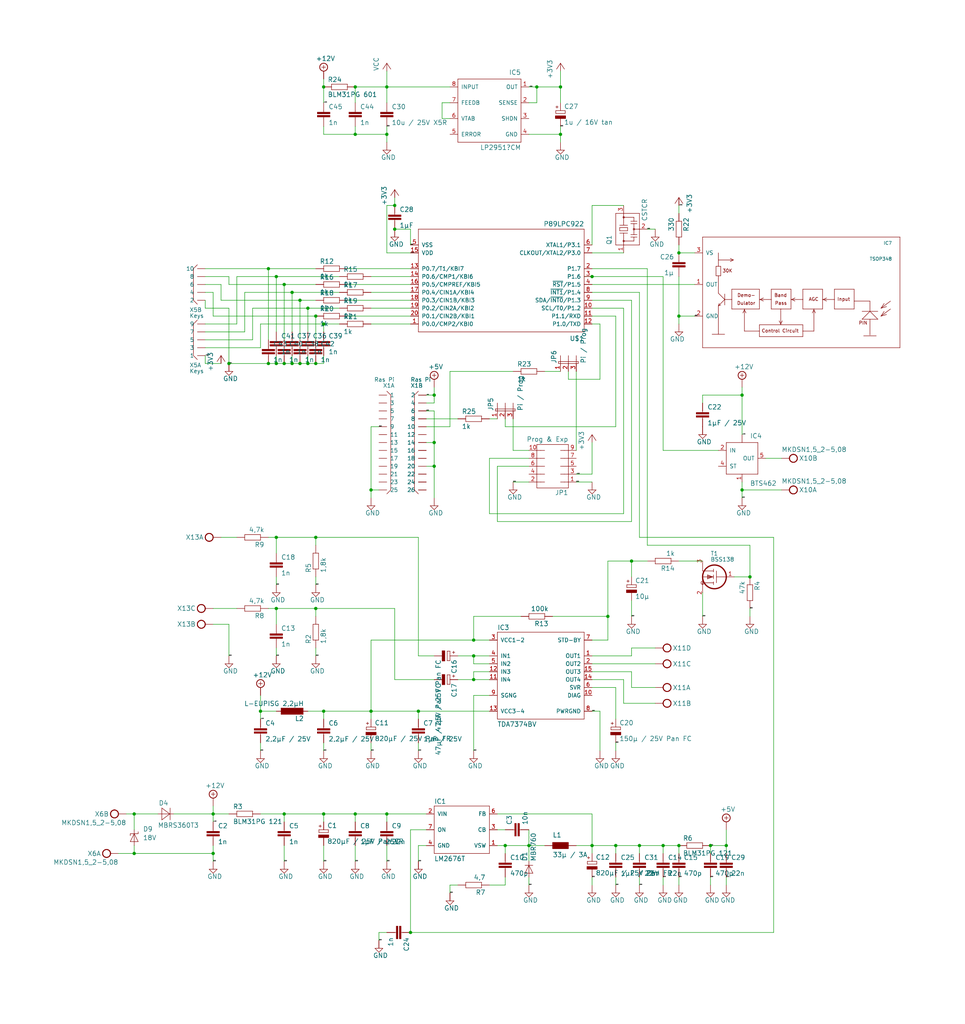
<source format=kicad_sch>
(kicad_sch (version 20230121) (generator eeschema)
  (paper "User" 310.49 329.209)
  (junction (at 162.56 271.78))
  (junction (at 101.6 172.72))
  (junction (at 99.06 99.06))
  (junction (at 195.58 198.12))
  (junction (at 104.14 261.62))
  (junction (at 86.36 86.36))
  (junction (at 124.46 261.62))
  (junction (at 205.74 271.78))
  (junction (at 241.3 185.42))
  (junction (at 124.46 27.94))
  (junction (at 83.82 228.6))
  (junction (at 228.6 271.78))
  (junction (at 88.9 195.58))
  (junction (at 93.98 116.84))
  (junction (at 86.36 116.84))
  (junction (at 218.44 101.6))
  (junction (at 172.72 27.94))
  (junction (at 170.18 271.78))
  (junction (at 152.4 210.82))
  (junction (at 139.7 149.86))
  (junction (at 180.34 43.18))
  (junction (at 96.52 116.84))
  (junction (at 238.76 157.48))
  (junction (at 132.08 299.72))
  (junction (at 43.18 261.62))
  (junction (at 233.68 271.78))
  (junction (at 88.9 116.84))
  (junction (at 68.58 274.32))
  (junction (at 127 66.04))
  (junction (at 198.12 271.78))
  (junction (at 119.38 228.6))
  (junction (at 127 73.66))
  (junction (at 124.46 43.18))
  (junction (at 218.44 81.28))
  (junction (at 180.34 27.94))
  (junction (at 190.5 88.9))
  (junction (at 114.3 261.62))
  (junction (at 101.6 101.6))
  (junction (at 104.14 27.94))
  (junction (at 68.58 261.62))
  (junction (at 152.4 205.74))
  (junction (at 139.7 142.24))
  (junction (at 203.2 180.34))
  (junction (at 101.6 116.84))
  (junction (at 114.3 27.94))
  (junction (at 104.14 228.6))
  (junction (at 114.3 43.18))
  (junction (at 139.7 127))
  (junction (at 91.44 116.84))
  (junction (at 213.36 271.78))
  (junction (at 104.14 104.14))
  (junction (at 119.38 157.48))
  (junction (at 91.44 261.62))
  (junction (at 96.52 96.52))
  (junction (at 93.98 93.98))
  (junction (at 88.9 88.9))
  (junction (at 73.66 116.84))
  (junction (at 91.44 91.44))
  (junction (at 218.44 271.78))
  (junction (at 238.76 127))
  (junction (at 99.06 116.84))
  (junction (at 134.62 228.6))
  (junction (at 43.18 274.32))
  (junction (at 101.6 195.58))
  (junction (at 190.5 271.78))
  (junction (at 88.9 172.72))
  (junction (at 152.4 218.44))
  (wire (pts (xy 88.9 228.6) (xy 83.82 228.6)))
  (wire (pts (xy 205.74 271.78) (xy 198.12 271.78)))
  (wire (pts (xy 134.62 228.6) (xy 119.38 228.6)))
  (wire (pts (xy 137.16 129.54) (xy 139.7 129.54)))
  (wire (pts (xy 190.5 104.14) (xy 193.04 104.14)))
  (wire (pts (xy 233.68 271.78) (xy 233.68 266.7)))
  (wire (pts (xy 238.76 157.48) (xy 238.76 154.94)))
  (wire (pts (xy 190.5 271.78) (xy 190.5 274.32)))
  (wire (pts (xy 190.5 88.9) (xy 213.36 88.9)))
  (wire (pts (xy 134.62 210.82) (xy 134.62 172.72)))
  (wire (pts (xy 180.34 27.94) (xy 180.34 22.86)))
  (wire (pts (xy 93.98 93.98) (xy 109.22 93.98)))
  (wire (pts (xy 43.18 261.62) (xy 40.64 261.62)))
  (wire (pts (xy 162.56 284.48) (xy 162.56 281.94)))
  (wire (pts (xy 91.44 276.86) (xy 91.44 271.78)))
  (wire (pts (xy 241.3 175.26) (xy 241.3 185.42)))
  (wire (pts (xy 213.36 274.32) (xy 213.36 271.78)))
  (wire (pts (xy 83.82 231.14) (xy 83.82 228.6)))
  (wire (pts (xy 66.04 96.52) (xy 66.04 99.06)))
  (wire (pts (xy 165.1 154.94) (xy 170.18 154.94)))
  (wire (pts (xy 88.9 88.9) (xy 109.22 88.9)))
  (wire (pts (xy 101.6 175.26) (xy 101.6 172.72)))
  (wire (pts (xy 238.76 127) (xy 238.76 124.46)))
  (wire (pts (xy 139.7 132.08) (xy 139.7 142.24)))
  (wire (pts (xy 248.92 299.72) (xy 248.92 172.72)))
  (wire (pts (xy 180.34 43.18) (xy 180.34 45.72)))
  (wire (pts (xy 180.34 33.02) (xy 180.34 27.94)))
  (wire (pts (xy 119.38 99.06) (xy 132.08 99.06)))
  (wire (pts (xy 172.72 27.94) (xy 180.34 27.94)))
  (wire (pts (xy 134.62 271.78) (xy 137.16 271.78)))
  (wire (pts (xy 208.28 73.66) (xy 210.82 73.66)))
  (wire (pts (xy 233.68 281.94) (xy 233.68 284.48)))
  (wire (pts (xy 152.4 218.44) (xy 147.32 218.44)))
  (wire (pts (xy 160.02 271.78) (xy 162.56 271.78)))
  (wire (pts (xy 170.18 266.7) (xy 170.18 271.78)))
  (wire (pts (xy 193.04 121.92) (xy 193.04 104.14)))
  (wire (pts (xy 200.66 81.28) (xy 190.5 81.28)))
  (wire (pts (xy 121.92 302.26) (xy 121.92 299.72)))
  (wire (pts (xy 124.46 66.04) (xy 127 66.04)))
  (wire (pts (xy 238.76 139.7) (xy 238.76 127)))
  (wire (pts (xy 119.38 228.6) (xy 119.38 231.14)))
  (wire (pts (xy 124.46 27.94) (xy 124.46 22.86)))
  (wire (pts (xy 68.58 93.98) (xy 66.04 93.98)))
  (wire (pts (xy 170.18 27.94) (xy 172.72 27.94)))
  (wire (pts (xy 198.12 101.6) (xy 190.5 101.6)))
  (wire (pts (xy 99.06 114.3) (xy 99.06 116.84)))
  (wire (pts (xy 203.2 215.9) (xy 203.2 220.98)))
  (wire (pts (xy 185.42 144.78) (xy 185.42 119.38)))
  (wire (pts (xy 170.18 144.78) (xy 165.1 144.78)))
  (wire (pts (xy 213.36 144.78) (xy 231.14 144.78)))
  (wire (pts (xy 132.08 73.66) (xy 127 73.66)))
  (wire (pts (xy 73.66 116.84) (xy 86.36 116.84)))
  (wire (pts (xy 195.58 198.12) (xy 195.58 180.34)))
  (wire (pts (xy 152.4 223.52) (xy 157.48 223.52)))
  (wire (pts (xy 137.16 132.08) (xy 139.7 132.08)))
  (wire (pts (xy 88.9 172.72) (xy 101.6 172.72)))
  (wire (pts (xy 241.3 195.58) (xy 241.3 198.12)))
  (wire (pts (xy 198.12 238.76) (xy 198.12 241.3)))
  (wire (pts (xy 83.82 104.14) (xy 83.82 111.76)))
  (wire (pts (xy 88.9 114.3) (xy 88.9 116.84)))
  (wire (pts (xy 226.06 198.12) (xy 226.06 190.5)))
  (wire (pts (xy 203.2 167.64) (xy 203.2 96.52)))
  (wire (pts (xy 152.4 213.36) (xy 152.4 210.82)))
  (wire (pts (xy 68.58 261.62) (xy 68.58 259.08)))
  (wire (pts (xy 226.06 127) (xy 238.76 127)))
  (wire (pts (xy 139.7 149.86) (xy 139.7 160.02)))
  (wire (pts (xy 88.9 210.82) (xy 88.9 208.28)))
  (wire (pts (xy 101.6 109.22) (xy 101.6 101.6)))
  (wire (pts (xy 119.38 241.3) (xy 119.38 238.76)))
  (wire (pts (xy 152.4 215.9) (xy 152.4 218.44)))
  (wire (pts (xy 218.44 101.6) (xy 218.44 104.14)))
  (wire (pts (xy 198.12 231.14) (xy 198.12 220.98)))
  (wire (pts (xy 193.04 228.6) (xy 193.04 241.3)))
  (wire (pts (xy 91.44 264.16) (xy 91.44 261.62)))
  (wire (pts (xy 134.62 276.86) (xy 134.62 271.78)))
  (wire (pts (xy 96.52 116.84) (xy 99.06 116.84)))
  (wire (pts (xy 104.14 276.86) (xy 104.14 271.78)))
  (wire (pts (xy 83.82 241.3) (xy 83.82 238.76)))
  (wire (pts (xy 114.3 264.16) (xy 114.3 261.62)))
  (wire (pts (xy 180.34 119.38) (xy 175.26 119.38)))
  (wire (pts (xy 127 195.58) (xy 101.6 195.58)))
  (wire (pts (xy 119.38 137.16) (xy 119.38 157.48)))
  (wire (pts (xy 142.24 38.1) (xy 144.78 38.1)))
  (wire (pts (xy 177.8 198.12) (xy 195.58 198.12)))
  (wire (pts (xy 139.7 210.82) (xy 134.62 210.82)))
  (wire (pts (xy 203.2 210.82) (xy 203.2 208.28)))
  (wire (pts (xy 182.88 119.38) (xy 182.88 121.92)))
  (wire (pts (xy 182.88 121.92) (xy 193.04 121.92)))
  (wire (pts (xy 68.58 101.6) (xy 68.58 93.98)))
  (wire (pts (xy 96.52 109.22) (xy 96.52 96.52)))
  (wire (pts (xy 124.46 43.18) (xy 124.46 45.72)))
  (wire (pts (xy 99.06 116.84) (xy 101.6 116.84)))
  (wire (pts (xy 139.7 129.54) (xy 139.7 127)))
  (wire (pts (xy 190.5 228.6) (xy 193.04 228.6)))
  (wire (pts (xy 88.9 177.8) (xy 88.9 172.72)))
  (wire (pts (xy 104.14 241.3) (xy 104.14 238.76)))
  (wire (pts (xy 76.2 195.58) (xy 68.58 195.58)))
  (wire (pts (xy 210.82 208.28) (xy 203.2 208.28)))
  (wire (pts (xy 223.52 81.28) (xy 218.44 81.28)))
  (wire (pts (xy 144.78 287.02) (xy 144.78 284.48)))
  (wire (pts (xy 81.28 109.22) (xy 66.04 109.22)))
  (wire (pts (xy 104.14 228.6) (xy 119.38 228.6)))
  (wire (pts (xy 198.12 274.32) (xy 198.12 271.78)))
  (wire (pts (xy 226.06 129.54) (xy 226.06 127)))
  (wire (pts (xy 185.42 271.78) (xy 190.5 271.78)))
  (wire (pts (xy 210.82 220.98) (xy 203.2 220.98)))
  (wire (pts (xy 195.58 205.74) (xy 195.58 198.12)))
  (wire (pts (xy 208.28 86.36) (xy 208.28 175.26)))
  (wire (pts (xy 170.18 276.86) (xy 170.18 271.78)))
  (wire (pts (xy 91.44 109.22) (xy 91.44 91.44)))
  (wire (pts (xy 83.82 104.14) (xy 104.14 104.14)))
  (wire (pts (xy 200.66 218.44) (xy 200.66 226.06)))
  (wire (pts (xy 205.74 172.72) (xy 205.74 93.98)))
  (wire (pts (xy 228.6 271.78) (xy 233.68 271.78)))
  (wire (pts (xy 213.36 281.94) (xy 213.36 284.48)))
  (wire (pts (xy 157.48 284.48) (xy 162.56 284.48)))
  (wire (pts (xy 157.48 215.9) (xy 152.4 215.9)))
  (wire (pts (xy 66.04 114.3) (xy 66.04 116.84)))
  (wire (pts (xy 104.14 261.62) (xy 114.3 261.62)))
  (wire (pts (xy 195.58 180.34) (xy 203.2 180.34)))
  (wire (pts (xy 68.58 264.16) (xy 68.58 261.62)))
  (wire (pts (xy 198.12 271.78) (xy 190.5 271.78)))
  (wire (pts (xy 208.28 175.26) (xy 241.3 175.26)))
  (wire (pts (xy 228.6 274.32) (xy 228.6 271.78)))
  (wire (pts (xy 139.7 218.44) (xy 127 218.44)))
  (wire (pts (xy 190.5 66.04) (xy 200.66 66.04)))
  (wire (pts (xy 157.48 134.62) (xy 160.02 134.62)))
  (wire (pts (xy 68.58 274.32) (xy 68.58 271.78)))
  (wire (pts (xy 190.5 205.74) (xy 195.58 205.74)))
  (wire (pts (xy 88.9 116.84) (xy 91.44 116.84)))
  (wire (pts (xy 114.3 276.86) (xy 114.3 271.78)))
  (wire (pts (xy 66.04 116.84) (xy 71.12 116.84)))
  (wire (pts (xy 137.16 137.16) (xy 144.78 137.16)))
  (wire (pts (xy 190.5 78.74) (xy 190.5 66.04)))
  (wire (pts (xy 190.5 261.62) (xy 190.5 271.78)))
  (wire (pts (xy 185.42 154.94) (xy 190.5 154.94)))
  (wire (pts (xy 96.52 96.52) (xy 101.6 96.52)))
  (wire (pts (xy 187.96 88.9) (xy 190.5 88.9)))
  (wire (pts (xy 144.78 27.94) (xy 124.46 27.94)))
  (wire (pts (xy 142.24 33.02) (xy 142.24 38.1)))
  (wire (pts (xy 93.98 114.3) (xy 93.98 116.84)))
  (wire (pts (xy 185.42 152.4) (xy 190.5 152.4)))
  (wire (pts (xy 111.76 96.52) (xy 132.08 96.52)))
  (wire (pts (xy 132.08 104.14) (xy 119.38 104.14)))
  (wire (pts (xy 157.48 218.44) (xy 152.4 218.44)))
  (wire (pts (xy 251.46 147.32) (xy 246.38 147.32)))
  (wire (pts (xy 73.66 91.44) (xy 91.44 91.44)))
  (wire (pts (xy 83.82 261.62) (xy 91.44 261.62)))
  (wire (pts (xy 111.76 86.36) (xy 132.08 86.36)))
  (wire (pts (xy 170.18 284.48) (xy 170.18 281.94)))
  (wire (pts (xy 104.14 264.16) (xy 104.14 261.62)))
  (wire (pts (xy 228.6 281.94) (xy 228.6 284.48)))
  (wire (pts (xy 124.46 264.16) (xy 124.46 261.62)))
  (wire (pts (xy 99.06 106.68) (xy 99.06 99.06)))
  (wire (pts (xy 76.2 104.14) (xy 76.2 88.9)))
  (wire (pts (xy 86.36 172.72) (xy 88.9 172.72)))
  (wire (pts (xy 205.74 284.48) (xy 205.74 281.94)))
  (wire (pts (xy 83.82 111.76) (xy 66.04 111.76)))
  (wire (pts (xy 104.14 106.68) (xy 104.14 104.14)))
  (wire (pts (xy 104.14 27.94) (xy 104.14 25.4)))
  (wire (pts (xy 91.44 261.62) (xy 104.14 261.62)))
  (wire (pts (xy 190.5 99.06) (xy 200.66 99.06)))
  (wire (pts (xy 127 66.04) (xy 127 63.5)))
  (wire (pts (xy 190.5 86.36) (xy 208.28 86.36)))
  (wire (pts (xy 205.74 274.32) (xy 205.74 271.78)))
  (wire (pts (xy 223.52 101.6) (xy 218.44 101.6)))
  (wire (pts (xy 101.6 210.82) (xy 101.6 208.28)))
  (wire (pts (xy 203.2 198.12) (xy 203.2 193.04)))
  (wire (pts (xy 88.9 195.58) (xy 101.6 195.58)))
  (wire (pts (xy 66.04 91.44) (xy 71.12 91.44)))
  (wire (pts (xy 124.46 276.86) (xy 124.46 271.78)))
  (wire (pts (xy 134.62 231.14) (xy 134.62 228.6)))
  (wire (pts (xy 203.2 180.34) (xy 208.28 180.34)))
  (wire (pts (xy 119.38 205.74) (xy 119.38 228.6)))
  (wire (pts (xy 190.5 215.9) (xy 203.2 215.9)))
  (wire (pts (xy 119.38 88.9) (xy 132.08 88.9)))
  (wire (pts (xy 139.7 127) (xy 139.7 124.46)))
  (wire (pts (xy 218.44 271.78) (xy 213.36 271.78)))
  (wire (pts (xy 114.3 43.18) (xy 124.46 43.18)))
  (wire (pts (xy 144.78 33.02) (xy 142.24 33.02)))
  (wire (pts (xy 132.08 93.98) (xy 119.38 93.98)))
  (wire (pts (xy 101.6 198.12) (xy 101.6 195.58)))
  (wire (pts (xy 71.12 91.44) (xy 71.12 96.52)))
  (wire (pts (xy 81.28 99.06) (xy 81.28 109.22)))
  (wire (pts (xy 114.3 27.94) (xy 124.46 27.94)))
  (wire (pts (xy 78.74 93.98) (xy 93.98 93.98)))
  (wire (pts (xy 91.44 116.84) (xy 93.98 116.84)))
  (wire (pts (xy 121.92 299.72) (xy 124.46 299.72)))
  (wire (pts (xy 132.08 81.28) (xy 124.46 81.28)))
  (wire (pts (xy 165.1 144.78) (xy 165.1 134.62)))
  (wire (pts (xy 157.48 228.6) (xy 134.62 228.6)))
  (wire (pts (xy 78.74 106.68) (xy 66.04 106.68)))
  (wire (pts (xy 137.16 149.86) (xy 139.7 149.86)))
  (wire (pts (xy 137.16 142.24) (xy 139.7 142.24)))
  (wire (pts (xy 43.18 271.78) (xy 43.18 274.32)))
  (wire (pts (xy 238.76 160.02) (xy 238.76 157.48)))
  (wire (pts (xy 198.12 137.16) (xy 198.12 101.6)))
  (wire (pts (xy 132.08 78.74) (xy 132.08 73.66)))
  (wire (pts (xy 66.04 104.14) (xy 76.2 104.14)))
  (wire (pts (xy 139.7 142.24) (xy 139.7 149.86)))
  (wire (pts (xy 172.72 33.02) (xy 172.72 27.94)))
  (wire (pts (xy 157.48 147.32) (xy 170.18 147.32)))
  (wire (pts (xy 88.9 106.68) (xy 88.9 88.9)))
  (wire (pts (xy 101.6 172.72) (xy 134.62 172.72)))
  (wire (pts (xy 203.2 185.42) (xy 203.2 180.34)))
  (wire (pts (xy 132.08 266.7) (xy 132.08 299.72)))
  (wire (pts (xy 76.2 172.72) (xy 71.12 172.72)))
  (wire (pts (xy 104.14 40.64) (xy 104.14 43.18)))
  (wire (pts (xy 218.44 88.9) (xy 218.44 101.6)))
  (wire (pts (xy 170.18 33.02) (xy 172.72 33.02)))
  (wire (pts (xy 152.4 205.74) (xy 119.38 205.74)))
  (wire (pts (xy 73.66 200.66) (xy 68.58 200.66)))
  (wire (pts (xy 144.78 137.16) (xy 144.78 119.38)))
  (wire (pts (xy 162.56 274.32) (xy 162.56 271.78)))
  (wire (pts (xy 104.14 116.84) (xy 104.14 114.3)))
  (wire (pts (xy 152.4 198.12) (xy 152.4 205.74)))
  (wire (pts (xy 99.06 228.6) (xy 104.14 228.6)))
  (wire (pts (xy 157.48 213.36) (xy 152.4 213.36)))
  (wire (pts (xy 213.36 88.9) (xy 213.36 144.78)))
  (wire (pts (xy 127 218.44) (xy 127 195.58)))
  (wire (pts (xy 132.08 299.72) (xy 248.92 299.72)))
  (wire (pts (xy 81.28 99.06) (xy 99.06 99.06)))
  (wire (pts (xy 111.76 101.6) (xy 132.08 101.6)))
  (wire (pts (xy 152.4 241.3) (xy 152.4 223.52)))
  (wire (pts (xy 210.82 213.36) (xy 190.5 213.36)))
  (wire (pts (xy 162.56 134.62) (xy 162.56 137.16)))
  (wire (pts (xy 157.48 205.74) (xy 152.4 205.74)))
  (wire (pts (xy 248.92 172.72) (xy 205.74 172.72)))
  (wire (pts (xy 170.18 271.78) (xy 175.26 271.78)))
  (wire (pts (xy 101.6 116.84) (xy 104.14 116.84)))
  (wire (pts (xy 137.16 134.62) (xy 147.32 134.62)))
  (wire (pts (xy 111.76 91.44) (xy 132.08 91.44)))
  (wire (pts (xy 137.16 261.62) (xy 124.46 261.62)))
  (wire (pts (xy 83.82 228.6) (xy 83.82 223.52)))
  (wire (pts (xy 124.46 40.64) (xy 124.46 43.18)))
  (wire (pts (xy 213.36 271.78) (xy 205.74 271.78)))
  (wire (pts (xy 66.04 88.9) (xy 73.66 88.9)))
  (wire (pts (xy 86.36 86.36) (xy 101.6 86.36)))
  (wire (pts (xy 88.9 200.66) (xy 88.9 195.58)))
  (wire (pts (xy 124.46 261.62) (xy 114.3 261.62)))
  (wire (pts (xy 78.74 93.98) (xy 78.74 106.68)))
  (wire (pts (xy 121.92 137.16) (xy 119.38 137.16)))
  (wire (pts (xy 73.66 261.62) (xy 68.58 261.62)))
  (wire (pts (xy 233.68 271.78) (xy 233.68 274.32)))
  (wire (pts (xy 99.06 99.06) (xy 109.22 99.06)))
  (wire (pts (xy 88.9 187.96) (xy 88.9 185.42)))
  (wire (pts (xy 134.62 241.3) (xy 134.62 238.76)))
  (wire (pts (xy 198.12 284.48) (xy 198.12 281.94)))
  (wire (pts (xy 101.6 187.96) (xy 101.6 185.42)))
  (wire (pts (xy 76.2 88.9) (xy 88.9 88.9)))
  (wire (pts (xy 144.78 119.38) (xy 165.1 119.38)))
  (wire (pts (xy 121.92 157.48) (xy 119.38 157.48)))
  (wire (pts (xy 160.02 261.62) (xy 190.5 261.62)))
  (wire (pts (xy 104.14 104.14) (xy 109.22 104.14)))
  (wire (pts (xy 104.14 231.14) (xy 104.14 228.6)))
  (wire (pts (xy 218.44 66.04) (xy 218.44 68.58)))
  (wire (pts (xy 190.5 210.82) (xy 203.2 210.82)))
  (wire (pts (xy 66.04 99.06) (xy 73.66 99.06)))
  (wire (pts (xy 198.12 220.98) (xy 190.5 220.98)))
  (wire (pts (xy 180.34 40.64) (xy 180.34 43.18)))
  (wire (pts (xy 119.38 157.48) (xy 119.38 160.02)))
  (wire (pts (xy 71.12 96.52) (xy 96.52 96.52)))
  (wire (pts (xy 157.48 165.1) (xy 157.48 147.32)))
  (wire (pts (xy 251.46 157.48) (xy 238.76 157.48)))
  (wire (pts (xy 104.14 43.18) (xy 114.3 43.18)))
  (wire (pts (xy 167.64 198.12) (xy 152.4 198.12)))
  (wire (pts (xy 86.36 116.84) (xy 88.9 116.84)))
  (wire (pts (xy 190.5 281.94) (xy 190.5 284.48)))
  (wire (pts (xy 218.44 180.34) (xy 226.06 180.34)))
  (wire (pts (xy 114.3 33.02) (xy 114.3 27.94)))
  (wire (pts (xy 38.1 274.32) (xy 43.18 274.32)))
  (wire (pts (xy 137.16 127) (xy 139.7 127)))
  (wire (pts (xy 55.88 261.62) (xy 68.58 261.62)))
  (wire (pts (xy 86.36 109.22) (xy 86.36 86.36)))
  (wire (pts (xy 93.98 106.68) (xy 93.98 93.98)))
  (wire (pts (xy 162.56 137.16) (xy 198.12 137.16)))
  (wire (pts (xy 203.2 96.52) (xy 190.5 96.52)))
  (wire (pts (xy 160.02 149.86) (xy 160.02 167.64)))
  (wire (pts (xy 73.66 88.9) (xy 73.66 91.44)))
  (wire (pts (xy 101.6 91.44) (xy 91.44 91.44)))
  (wire (pts (xy 124.46 33.02) (xy 124.46 27.94)))
  (wire (pts (xy 205.74 93.98) (xy 190.5 93.98)))
  (wire (pts (xy 162.56 271.78) (xy 170.18 271.78)))
  (wire (pts (xy 43.18 266.7) (xy 43.18 261.62)))
  (wire (pts (xy 170.18 149.86) (xy 160.02 149.86)))
  (wire (pts (xy 218.44 78.74) (xy 218.44 81.28)))
  (wire (pts (xy 160.02 266.7) (xy 162.56 266.7)))
  (wire (pts (xy 43.18 274.32) (xy 68.58 274.32)))
  (wire (pts (xy 68.58 276.86) (xy 68.58 274.32)))
  (wire (pts (xy 93.98 116.84) (xy 96.52 116.84)))
  (wire (pts (xy 190.5 91.44) (xy 223.52 91.44)))
  (wire (pts (xy 137.16 266.7) (xy 132.08 266.7)))
  (wire (pts (xy 124.46 81.28) (xy 124.46 66.04)))
  (wire (pts (xy 210.82 226.06) (xy 200.66 226.06)))
  (wire (pts (xy 73.66 99.06) (xy 73.66 116.84)))
  (wire (pts (xy 236.22 185.42) (xy 241.3 185.42)))
  (wire (pts (xy 218.44 281.94) (xy 218.44 284.48)))
  (wire (pts (xy 170.18 43.18) (xy 180.34 43.18)))
  (wire (pts (xy 160.02 167.64) (xy 203.2 167.64)))
  (wire (pts (xy 218.44 274.32) (xy 218.44 271.78)))
  (wire (pts (xy 190.5 218.44) (xy 200.66 218.44)))
  (wire (pts (xy 73.66 210.82) (xy 73.66 200.66)))
  (wire (pts (xy 66.04 86.36) (xy 86.36 86.36)))
  (wire (pts (xy 147.32 210.82) (xy 152.4 210.82)))
  (wire (pts (xy 200.66 99.06) (xy 200.66 165.1)))
  (wire (pts (xy 152.4 210.82) (xy 157.48 210.82)))
  (wire (pts (xy 86.36 195.58) (xy 88.9 195.58)))
  (wire (pts (xy 190.5 152.4) (xy 190.5 142.24)))
  (wire (pts (xy 114.3 40.64) (xy 114.3 43.18)))
  (wire (pts (xy 50.8 261.62) (xy 43.18 261.62)))
  (wire (pts (xy 101.6 101.6) (xy 68.58 101.6)))
  (wire (pts (xy 200.66 165.1) (xy 157.48 165.1)))
  (wire (pts (xy 104.14 33.02) (xy 104.14 27.94)))
  (wire (pts (xy 144.78 284.48) (xy 147.32 284.48)))
  (label "GND" (at 208.28 73.66 0) (effects (font (size 0.254 0.254))))
  (label "GND" (at 91.44 276.86 0) (effects (font (size 0.254 0.254))))
  (label "GND" (at 101.6 187.96 0) (effects (font (size 0.254 0.254))))
  (label "GND" (at 152.4 241.3 0) (effects (font (size 0.254 0.254))))
  (label "GND" (at 104.14 241.3 0) (effects (font (size 0.254 0.254))))
  (label "GND" (at 170.18 284.48 0) (effects (font (size 0.254 0.254))))
  (label "GND" (at 226.06 198.12 0) (effects (font (size 0.254 0.254))))
  (label "GND" (at 134.62 276.86 0) (effects (font (size 0.254 0.254))))
  (label "GND" (at 73.66 116.84 0) (effects (font (size 0.254 0.254))))
  (label "+3V3" (at 218.44 66.04 0) (effects (font (size 0.254 0.254))))
  (label "GND" (at 238.76 160.02 0) (effects (font (size 0.254 0.254))))
  (label "GND" (at 134.62 241.3 0) (effects (font (size 0.254 0.254))))
  (label "+3V3" (at 132.08 81.28 0) (effects (font (size 0.254 0.254))))
  (label "+5V" (at 228.6 271.78 0) (effects (font (size 0.254 0.254))))
  (label "GND" (at 218.44 281.94 0) (effects (font (size 0.254 0.254))))
  (label "GND" (at 104.14 276.86 0) (effects (font (size 0.254 0.254))))
  (label "GND" (at 180.34 40.64 0) (effects (font (size 0.254 0.254))))
  (label "GND" (at 124.46 276.86 0) (effects (font (size 0.254 0.254))))
  (label "GND" (at 101.6 210.82 0) (effects (font (size 0.254 0.254))))
  (label "GND" (at 241.3 195.58 0) (effects (font (size 0.254 0.254))))
  (label "GND" (at 228.6 281.94 0) (effects (font (size 0.254 0.254))))
  (label "GND" (at 198.12 284.48 0) (effects (font (size 0.254 0.254))))
  (label "GND" (at 198.12 238.76 0) (effects (font (size 0.254 0.254))))
  (label "GND" (at 124.46 40.64 0) (effects (font (size 0.254 0.254))))
  (label "GND" (at 114.3 276.86 0) (effects (font (size 0.254 0.254))))
  (label "GND" (at 223.52 101.6 0) (effects (font (size 0.254 0.254))))
  (label "GND" (at 213.36 281.94 0) (effects (font (size 0.254 0.254))))
  (label "GND" (at 190.5 281.94 0) (effects (font (size 0.254 0.254))))
  (label "GND" (at 185.42 154.94 0) (effects (font (size 0.254 0.254))))
  (label "+12V" (at 104.14 33.02 0) (effects (font (size 0.254 0.254))))
  (label "GND" (at 165.1 154.94 0) (effects (font (size 0.254 0.254))))
  (label "+3V3" (at 66.04 114.3 0) (effects (font (size 0.254 0.254))))
  (label "GND" (at 233.68 281.94 0) (effects (font (size 0.254 0.254))))
  (label "+5V" (at 137.16 127 0) (effects (font (size 0.254 0.254))))
  (label "+3V3" (at 185.42 152.4 0) (effects (font (size 0.254 0.254))))
  (label "+12V" (at 68.58 264.16 0) (effects (font (size 0.254 0.254))))
  (label "GND" (at 203.2 198.12 0) (effects (font (size 0.254 0.254))))
  (label "GND" (at 88.9 187.96 0) (effects (font (size 0.254 0.254))))
  (label "GND" (at 83.82 241.3 0) (effects (font (size 0.254 0.254))))
  (label "+12V" (at 238.76 139.7 0) (effects (font (size 0.254 0.254))))
  (label "GND" (at 88.9 210.82 0) (effects (font (size 0.254 0.254))))
  (label "GND" (at 121.92 137.16 0) (effects (font (size 0.254 0.254))))
  (label "GND" (at 144.78 287.02 0) (effects (font (size 0.254 0.254))))
  (label "GND" (at 205.74 284.48 0) (effects (font (size 0.254 0.254))))
  (label "GND" (at 73.66 210.82 0) (effects (font (size 0.254 0.254))))
  (label "+3V3" (at 170.18 27.94 0) (effects (font (size 0.254 0.254))))
  (label "GND" (at 137.16 132.08 0) (effects (font (size 0.254 0.254))))
  (label "GND" (at 119.38 241.3 0) (effects (font (size 0.254 0.254))))
  (label "GND" (at 132.08 78.74 0) (effects (font (size 0.254 0.254))))
  (label "GND" (at 190.5 228.6 0) (effects (font (size 0.254 0.254))))
  (label "GND" (at 121.92 302.26 0) (effects (font (size 0.254 0.254))))
  (label "+12V" (at 83.82 231.14 0) (effects (font (size 0.254 0.254))))
  (label "GND" (at 68.58 276.86 0) (effects (font (size 0.254 0.254))))
  (symbol (lib_id "Internet-Radio mit 89LPC922 DIP-rescue:GND-Internet-Radio_mit_89LPC922_DIP-eagle-import") (at 238.76 162.56 0) (unit 1)
    (property "Reference" "#SUPPLY038" (effects hide))
    (property "Value" "GND" (at 236.855 165.735 0) (effects (font (size 1.4986 1.4986)) (justify left bottom)))
  )
  (symbol (lib_id "Internet-Radio mit 89LPC922 DIP-rescue:GND-Internet-Radio_mit_89LPC922_DIP-eagle-import") (at 121.92 304.8 0) (unit 1)
    (property "Reference" "#SUPPLY030" (effects hide))
    (property "Value" "GND" (at 120.015 307.975 0) (effects (font (size 1.4986 1.4986)) (justify left bottom)))
  )
  (symbol (lib_id "Internet-Radio mit 89LPC922 DIP-rescue:GND-Internet-Radio_mit_89LPC922_DIP-eagle-import") (at 218.44 106.68 0) (mirror y) (unit 1)
    (property "Reference" "#SUPPLY051" (effects hide))
    (property "Value" "GND" (at 220.345 109.855 0) (effects (font (size 1.4986 1.4986)) (justify left bottom)))
  )
  (symbol (lib_id "Internet-Radio mit 89LPC922 DIP-rescue:C-EUC0805-Internet-Radio_mit_89LPC922_DIP-eagle-import") (at 68.58 266.7 0) (unit 1)
    (property "Reference" "C2" (at 70.104 266.319 0) (effects (font (size 1.4986 1.4986)) (justify left bottom)))
    (property "Value" "1n" (at 70.104 271.399 0) (effects (font (size 1.4986 1.4986)) (justify left bottom)))
    (property "Footprint" "Internet-Radio mit 89LPC922 DIP:C0805" (effects hide))
  )
  (symbol (lib_id "Internet-Radio mit 89LPC922 DIP-rescue:C-EUC0805-Internet-Radio_mit_89LPC922_DIP-eagle-import") (at 226.06 132.08 0) (unit 1)
    (property "Reference" "C22" (at 227.584 131.699 0) (effects (font (size 1.4986 1.4986)) (justify left bottom)))
    (property "Value" "1µF / 25V" (at 227.584 136.779 0) (effects (font (size 1.4986 1.4986)) (justify left bottom)))
    (property "Footprint" "Internet-Radio mit 89LPC922 DIP:C0805" (effects hide))
  )
  (symbol (lib_id "Internet-Radio mit 89LPC922 DIP-rescue:BTS428L2-Internet-Radio_mit_89LPC922_DIP-eagle-import") (at 238.76 147.32 0) (unit 1)
    (property "Reference" "IC4" (at 241.3 140.97 0) (effects (font (size 1.4986 1.4986)) (justify left bottom)))
    (property "Value" "BTS462" (at 241.3 156.21 0) (effects (font (size 1.4986 1.4986)) (justify left bottom)))
    (property "Footprint" "Internet-Radio mit 89LPC922 DIP:TO252-5-11" (effects hide))
  )
  (symbol (lib_id "Internet-Radio mit 89LPC922 DIP-rescue:C-EUC0805-Internet-Radio_mit_89LPC922_DIP-eagle-import") (at 129.54 299.72 270) (unit 1)
    (property "Reference" "C24" (at 129.921 301.244 0) (effects (font (size 1.4986 1.4986)) (justify left bottom)))
    (property "Value" "1n" (at 124.841 301.244 0) (effects (font (size 1.4986 1.4986)) (justify left bottom)))
    (property "Footprint" "Internet-Radio mit 89LPC922 DIP:C0805" (effects hide))
  )
  (symbol (lib_id "Internet-Radio mit 89LPC922 DIP-rescue:R-EU_R1206-Internet-Radio_mit_89LPC922_DIP-eagle-import") (at 106.68 91.44 0) (unit 1)
    (property "Reference" "R16" (at 102.87 89.9414 0) (effects (font (size 1.4986 1.4986)) (justify left bottom)))
    (property "Value" "1k" (at 102.87 94.742 0) (effects (font (size 1.4986 1.4986)) (justify left bottom)))
    (property "Footprint" "Internet-Radio mit 89LPC922 DIP:R1206" (effects hide))
  )
  (symbol (lib_id "Internet-Radio mit 89LPC922 DIP-rescue:GND-Internet-Radio_mit_89LPC922_DIP-eagle-import") (at 210.82 76.2 0) (unit 1)
    (property "Reference" "#SUPPLY046" (effects hide))
    (property "Value" "GND" (at 208.915 79.375 0) (effects (font (size 1.4986 1.4986)) (justify left bottom)))
  )
  (symbol (lib_id "Internet-Radio mit 89LPC922 DIP-rescue:GND-Internet-Radio_mit_89LPC922_DIP-eagle-import") (at 233.68 287.02 0) (unit 1)
    (property "Reference" "#SUPPLY022" (effects hide))
    (property "Value" "GND" (at 231.775 290.195 0) (effects (font (size 1.4986 1.4986)) (justify left bottom)))
  )
  (symbol (lib_id "Internet-Radio mit 89LPC922 DIP-rescue:R-EU_R1206-Internet-Radio_mit_89LPC922_DIP-eagle-import") (at 218.44 73.66 270) (unit 1)
    (property "Reference" "R22" (at 219.9386 69.85 0) (effects (font (size 1.4986 1.4986)) (justify left bottom)))
    (property "Value" "330" (at 215.138 69.85 0) (effects (font (size 1.4986 1.4986)) (justify left bottom)))
    (property "Footprint" "Internet-Radio mit 89LPC922 DIP:R1206" (effects hide))
  )
  (symbol (lib_id "Internet-Radio mit 89LPC922 DIP-rescue:C-EUC0805-Internet-Radio_mit_89LPC922_DIP-eagle-import") (at 83.82 233.68 0) (unit 1)
    (property "Reference" "C4" (at 85.344 233.299 0) (effects (font (size 1.4986 1.4986)) (justify left bottom)))
    (property "Value" "2,2µF / 25V" (at 85.344 238.379 0) (effects (font (size 1.4986 1.4986)) (justify left bottom)))
    (property "Footprint" "Internet-Radio mit 89LPC922 DIP:C0805" (effects hide))
  )
  (symbol (lib_id "Internet-Radio mit 89LPC922 DIP-rescue:GND-Internet-Radio_mit_89LPC922_DIP-eagle-import") (at 124.46 279.4 0) (unit 1)
    (property "Reference" "#SUPPLY02" (effects hide))
    (property "Value" "GND" (at 122.555 282.575 0) (effects (font (size 1.4986 1.4986)) (justify left bottom)))
  )
  (symbol (lib_id "Internet-Radio mit 89LPC922 DIP-rescue:GND-Internet-Radio_mit_89LPC922_DIP-eagle-import") (at 205.74 287.02 0) (unit 1)
    (property "Reference" "#SUPPLY027" (effects hide))
    (property "Value" "GND" (at 203.835 290.195 0) (effects (font (size 1.4986 1.4986)) (justify left bottom)))
  )
  (symbol (lib_id "Internet-Radio mit 89LPC922 DIP-rescue:GND-Internet-Radio_mit_89LPC922_DIP-eagle-import") (at 91.44 279.4 0) (unit 1)
    (property "Reference" "#SUPPLY04" (effects hide))
    (property "Value" "GND" (at 89.535 282.575 0) (effects (font (size 1.4986 1.4986)) (justify left bottom)))
  )
  (symbol (lib_id "Internet-Radio mit 89LPC922 DIP-rescue:R-EU_R1206-Internet-Radio_mit_89LPC922_DIP-eagle-import") (at 152.4 284.48 180) (unit 1)
    (property "Reference" "R7" (at 156.21 285.9786 0) (effects (font (size 1.4986 1.4986)) (justify left bottom)))
    (property "Value" "4,7" (at 156.21 281.178 0) (effects (font (size 1.4986 1.4986)) (justify left bottom)))
    (property "Footprint" "Internet-Radio mit 89LPC922 DIP:R1206" (effects hide))
  )
  (symbol (lib_id "Internet-Radio mit 89LPC922 DIP-rescue:GND-Internet-Radio_mit_89LPC922_DIP-eagle-import") (at 104.14 279.4 0) (unit 1)
    (property "Reference" "#SUPPLY05" (effects hide))
    (property "Value" "GND" (at 102.235 282.575 0) (effects (font (size 1.4986 1.4986)) (justify left bottom)))
  )
  (symbol (lib_id "Internet-Radio mit 89LPC922 DIP-rescue:CSTCR-Internet-Radio_mit_89LPC922_DIP-eagle-import") (at 200.66 73.66 90) (unit 1)
    (property "Reference" "Q1" (at 196.85 78.74 0) (effects (font (size 1.4986 1.4986)) (justify left bottom)))
    (property "Value" "CSTCR" (at 208.28 71.12 0) (effects (font (size 1.4986 1.4986)) (justify left bottom)))
    (property "Footprint" "Internet-Radio mit 89LPC922 DIP:CSTCR6M" (effects hide))
  )
  (symbol (lib_id "Internet-Radio mit 89LPC922 DIP-rescue:LM2676T-Internet-Radio_mit_89LPC922_DIP-eagle-import") (at 147.32 266.7 0) (unit 1)
    (property "Reference" "IC1" (at 139.7 258.445 0) (effects (font (size 1.4986 1.4986)) (justify left bottom)))
    (property "Value" "LM2676T" (at 139.7 276.86 0) (effects (font (size 1.4986 1.4986)) (justify left bottom)))
    (property "Footprint" "Internet-Radio mit 89LPC922 DIP:TO220-7" (effects hide))
  )
  (symbol (lib_id "Internet-Radio mit 89LPC922 DIP-rescue:C-EUC0805-Internet-Radio_mit_89LPC922_DIP-eagle-import") (at 114.3 35.56 0) (unit 1)
    (property "Reference" "C44" (at 115.824 35.179 0) (effects (font (size 1.4986 1.4986)) (justify left bottom)))
    (property "Value" "1n" (at 115.824 40.259 0) (effects (font (size 1.4986 1.4986)) (justify left bottom)))
    (property "Footprint" "Internet-Radio mit 89LPC922 DIP:C0805" (effects hide))
  )
  (symbol (lib_id "Internet-Radio mit 89LPC922 DIP-rescue:GND-Internet-Radio_mit_89LPC922_DIP-eagle-import") (at 213.36 287.02 0) (unit 1)
    (property "Reference" "#SUPPLY017" (effects hide))
    (property "Value" "GND" (at 211.455 290.195 0) (effects (font (size 1.4986 1.4986)) (justify left bottom)))
  )
  (symbol (lib_id "Internet-Radio mit 89LPC922 DIP-rescue:GND-Internet-Radio_mit_89LPC922_DIP-eagle-import") (at 144.78 289.56 0) (unit 1)
    (property "Reference" "#SUPPLY015" (effects hide))
    (property "Value" "GND" (at 142.875 292.735 0) (effects (font (size 1.4986 1.4986)) (justify left bottom)))
  )
  (symbol (lib_id "Internet-Radio mit 89LPC922 DIP-rescue:GND-Internet-Radio_mit_89LPC922_DIP-eagle-import") (at 190.5 287.02 0) (unit 1)
    (property "Reference" "#SUPPLY010" (effects hide))
    (property "Value" "GND" (at 188.595 290.195 0) (effects (font (size 1.4986 1.4986)) (justify left bottom)))
  )
  (symbol (lib_id "Internet-Radio mit 89LPC922 DIP-rescue:GND-Internet-Radio_mit_89LPC922_DIP-eagle-import") (at 134.62 279.4 0) (unit 1)
    (property "Reference" "#SUPPLY07" (effects hide))
    (property "Value" "GND" (at 132.715 282.575 0) (effects (font (size 1.4986 1.4986)) (justify left bottom)))
  )
  (symbol (lib_id "Internet-Radio mit 89LPC922 DIP-rescue:GND-Internet-Radio_mit_89LPC922_DIP-eagle-import") (at 101.6 190.5 0) (unit 1)
    (property "Reference" "#SUPPLY024" (effects hide))
    (property "Value" "GND" (at 99.695 193.675 0) (effects (font (size 1.4986 1.4986)) (justify left bottom)))
  )
  (symbol (lib_id "Internet-Radio mit 89LPC922 DIP-rescue:C-EUC0805-Internet-Radio_mit_89LPC922_DIP-eagle-import") (at 218.44 83.82 0) (mirror y) (unit 1)
    (property "Reference" "C26" (at 216.916 83.439 0) (effects (font (size 1.4986 1.4986)) (justify left bottom)))
    (property "Value" "1µ" (at 216.916 88.519 0) (effects (font (size 1.4986 1.4986)) (justify left bottom)))
    (property "Footprint" "Internet-Radio mit 89LPC922 DIP:C0805" (effects hide))
  )
  (symbol (lib_id "Internet-Radio mit 89LPC922 DIP-rescue:R-EU_R1206-Internet-Radio_mit_89LPC922_DIP-eagle-import") (at 114.3 93.98 0) (unit 1)
    (property "Reference" "R17" (at 110.49 92.4814 0) (effects (font (size 1.4986 1.4986)) (justify left bottom)))
    (property "Value" "1k" (at 110.49 97.282 0) (effects (font (size 1.4986 1.4986)) (justify left bottom)))
    (property "Footprint" "Internet-Radio mit 89LPC922 DIP:R1206" (effects hide))
  )
  (symbol (lib_id "Internet-Radio mit 89LPC922 DIP-rescue:GND-Internet-Radio_mit_89LPC922_DIP-eagle-import") (at 134.62 243.84 0) (unit 1)
    (property "Reference" "#SUPPLY012" (effects hide))
    (property "Value" "GND" (at 132.715 247.015 0) (effects (font (size 1.4986 1.4986)) (justify left bottom)))
  )
  (symbol (lib_id "Internet-Radio mit 89LPC922 DIP-rescue:TSOP348-Internet-Radio_mit_89LPC922_DIP-eagle-import") (at 251.46 96.52 0) (mirror y) (unit 1)
    (property "Reference" "IC7" (at 287.02 78.74 0) (effects (font (size 1.0668 1.0668)) (justify left bottom)))
    (property "Value" "TSOP348" (at 287.02 83.82 0) (effects (font (size 1.0668 1.0668)) (justify left bottom)))
    (property "Footprint" "Internet-Radio mit 89LPC922 DIP:TSOP348" (effects hide))
  )
  (symbol (lib_id "Internet-Radio mit 89LPC922 DIP-rescue:R-EU_R1206-Internet-Radio_mit_89LPC922_DIP-eagle-import") (at 78.74 261.62 0) (unit 1)
    (property "Reference" "R3" (at 74.93 260.1214 0) (effects (font (size 1.4986 1.4986)) (justify left bottom)))
    (property "Value" "BLM31PG 121" (at 74.93 264.922 0) (effects (font (size 1.4986 1.4986)) (justify left bottom)))
    (property "Footprint" "Internet-Radio mit 89LPC922 DIP:R1206" (effects hide))
  )
  (symbol (lib_id "Internet-Radio mit 89LPC922 DIP-rescue:+3V3-Internet-Radio_mit_89LPC922_DIP-eagle-import") (at 190.5 139.7 0) (unit 1)
    (property "Reference" "#+3V04" (effects hide))
    (property "Value" "+3V3" (at 187.96 144.78 90) (effects (font (size 1.4986 1.4986)) (justify left bottom)))
  )
  (symbol (lib_id "Internet-Radio mit 89LPC922 DIP-rescue:GND-Internet-Radio_mit_89LPC922_DIP-eagle-import") (at 73.66 119.38 0) (unit 1)
    (property "Reference" "#SUPPLY028" (effects hide))
    (property "Value" "GND" (at 71.755 122.555 0) (effects (font (size 1.4986 1.4986)) (justify left bottom)))
  )
  (symbol (lib_id "Internet-Radio mit 89LPC922 DIP-rescue:GND-Internet-Radio_mit_89LPC922_DIP-eagle-import") (at 170.18 287.02 0) (unit 1)
    (property "Reference" "#SUPPLY08" (effects hide))
    (property "Value" "GND" (at 168.275 290.195 0) (effects (font (size 1.4986 1.4986)) (justify left bottom)))
  )
  (symbol (lib_id "Internet-Radio mit 89LPC922 DIP-rescue:C-EUC0603-Internet-Radio_mit_89LPC922_DIP-eagle-import") (at 99.06 109.22 0) (unit 1)
    (property "Reference" "C36" (at 100.584 108.839 0) (effects (font (size 1.4986 1.4986)) (justify left bottom)))
    (property "Value" "1n" (at 100.584 113.919 0) (effects (font (size 1.4986 1.4986)) (justify left bottom)))
    (property "Footprint" "Internet-Radio mit 89LPC922 DIP:C0603" (effects hide))
  )
  (symbol (lib_id "Internet-Radio mit 89LPC922 DIP-rescue:C-EUC0603-Internet-Radio_mit_89LPC922_DIP-eagle-import") (at 93.98 109.22 0) (unit 1)
    (property "Reference" "C37" (at 95.504 108.839 0) (effects (font (size 1.4986 1.4986)) (justify left bottom)))
    (property "Value" "1n" (at 95.504 113.919 0) (effects (font (size 1.4986 1.4986)) (justify left bottom)))
    (property "Footprint" "Internet-Radio mit 89LPC922 DIP:C0603" (effects hide))
  )
  (symbol (lib_id "Internet-Radio mit 89LPC922 DIP-rescue:R-EU_R1206-Internet-Radio_mit_89LPC922_DIP-eagle-import") (at 152.4 134.62 0) (unit 1)
    (property "Reference" "R25" (at 148.59 133.1214 0) (effects (font (size 1.4986 1.4986)) (justify left bottom)))
    (property "Value" "1k" (at 148.59 137.922 0) (effects (font (size 1.4986 1.4986)) (justify left bottom)))
    (property "Footprint" "Internet-Radio mit 89LPC922 DIP:R1206" (effects hide))
  )
  (symbol (lib_id "Internet-Radio mit 89LPC922 DIP-rescue:GND-Internet-Radio_mit_89LPC922_DIP-eagle-import") (at 180.34 48.26 0) (unit 1)
    (property "Reference" "#SUPPLY047" (effects hide))
    (property "Value" "GND" (at 178.435 51.435 0) (effects (font (size 1.4986 1.4986)) (justify left bottom)))
  )
  (symbol (lib_id "Internet-Radio mit 89LPC922 DIP-rescue:GND-Internet-Radio_mit_89LPC922_DIP-eagle-import") (at 203.2 200.66 0) (unit 1)
    (property "Reference" "#SUPPLY042" (effects hide))
    (property "Value" "GND" (at 201.295 203.835 0) (effects (font (size 1.4986 1.4986)) (justify left bottom)))
  )
  (symbol (lib_id "Internet-Radio mit 89LPC922 DIP-rescue:CPOL-EUE2.5-5-Internet-Radio_mit_89LPC922_DIP-eagle-import") (at 144.78 218.44 270) (unit 1)
    (property "Reference" "C17" (at 145.2626 219.583 0) (effects (font (size 1.4986 1.4986)) (justify left bottom)))
    (property "Value" "47µF / 25V Pan FC" (at 140.1826 219.583 0) (effects (font (size 1.4986 1.4986)) (justify left bottom)))
    (property "Footprint" "Internet-Radio mit 89LPC922 DIP:E2,5-5" (effects hide))
  )
  (symbol (lib_id "Internet-Radio mit 89LPC922 DIP-rescue:GND-Internet-Radio_mit_89LPC922_DIP-eagle-import") (at 68.58 279.4 0) (unit 1)
    (property "Reference" "#SUPPLY03" (effects hide))
    (property "Value" "GND" (at 66.675 282.575 0) (effects (font (size 1.4986 1.4986)) (justify left bottom)))
  )
  (symbol (lib_id "Internet-Radio mit 89LPC922 DIP-rescue:GND-Internet-Radio_mit_89LPC922_DIP-eagle-import") (at 101.6 213.36 0) (unit 1)
    (property "Reference" "#SUPPLY025" (effects hide))
    (property "Value" "GND" (at 99.695 216.535 0) (effects (font (size 1.4986 1.4986)) (justify left bottom)))
  )
  (symbol (lib_id "Internet-Radio mit 89LPC922 DIP-rescue:R-EU_R1206-Internet-Radio_mit_89LPC922_DIP-eagle-import") (at 109.22 27.94 0) (unit 1)
    (property "Reference" "R24" (at 105.41 26.4414 0) (effects (font (size 1.4986 1.4986)) (justify left bottom)))
    (property "Value" "BLM31PG 601" (at 105.41 31.242 0) (effects (font (size 1.4986 1.4986)) (justify left bottom)))
    (property "Footprint" "Internet-Radio mit 89LPC922 DIP:R1206" (effects hide))
  )
  (symbol (lib_id "Internet-Radio mit 89LPC922 DIP-rescue:+3V3-Internet-Radio_mit_89LPC922_DIP-eagle-import") (at 71.12 114.3 0) (unit 1)
    (property "Reference" "#+3V05" (effects hide))
    (property "Value" "+3V3" (at 68.58 119.38 90) (effects (font (size 1.4986 1.4986)) (justify left bottom)))
  )
  (symbol (lib_id "Internet-Radio mit 89LPC922 DIP-rescue:C-EUC0805-Internet-Radio_mit_89LPC922_DIP-eagle-import") (at 104.14 35.56 0) (unit 1)
    (property "Reference" "C45" (at 105.664 35.179 0) (effects (font (size 1.4986 1.4986)) (justify left bottom)))
    (property "Value" "1n" (at 105.664 40.259 0) (effects (font (size 1.4986 1.4986)) (justify left bottom)))
    (property "Footprint" "Internet-Radio mit 89LPC922 DIP:C0805" (effects hide))
  )
  (symbol (lib_id "Internet-Radio mit 89LPC922 DIP-rescue:CPOL-EUE2.5-5-Internet-Radio_mit_89LPC922_DIP-eagle-import") (at 144.78 210.82 270) (unit 1)
    (property "Reference" "C16" (at 145.2626 211.963 0) (effects (font (size 1.4986 1.4986)) (justify left bottom)))
    (property "Value" "47µF / 25V Pan FC" (at 140.1826 211.963 0) (effects (font (size 1.4986 1.4986)) (justify left bottom)))
    (property "Footprint" "Internet-Radio mit 89LPC922 DIP:E2,5-5" (effects hide))
  )
  (symbol (lib_id "Internet-Radio mit 89LPC922 DIP-rescue:MKDSN1,5_2-5,08-Internet-Radio_mit_89LPC922_DIP-eagle-import") (at 38.1 261.62 0) (mirror y) (unit 2)
    (property "Reference" "X6" (at 35.052 262.509 0) (effects (font (size 1.4986 1.4986)) (justify left bottom)))
    (property "Value" "MKDSN1,5_2-5,08" (at 40.64 265.303 0) (effects (font (size 1.4986 1.4986)) (justify left bottom)))
    (property "Footprint" "Internet-Radio mit 89LPC922 DIP:MKDSN1,5_2-5,08" (effects hide))
  )
  (symbol (lib_id "Internet-Radio mit 89LPC922 DIP-rescue:MKDSN1,5_2-5,08-Internet-Radio_mit_89LPC922_DIP-eagle-import") (at 35.56 274.32 0) (mirror y) (unit 1)
    (property "Reference" "X6" (at 32.512 275.209 0) (effects (font (size 1.4986 1.4986)) (justify left bottom)))
    (property "Value" "MKDSN1,5_2-5,08" (at 38.1 278.003 0) (effects (font (size 1.4986 1.4986)) (justify left bottom)))
    (property "Footprint" "Internet-Radio mit 89LPC922 DIP:MKDSN1,5_2-5,08" (effects hide))
  )
  (symbol (lib_id "Internet-Radio mit 89LPC922 DIP-rescue:JP2E-Internet-Radio_mit_89LPC922_DIP-eagle-import") (at 162.56 132.08 0) (unit 1)
    (property "Reference" "JP5" (at 158.75 132.08 90) (effects (font (size 1.4986 1.4986)) (justify left bottom)))
    (property "Value" "Pi / Prog" (at 168.275 132.08 90) (effects (font (size 1.4986 1.4986)) (justify left bottom)))
    (property "Footprint" "Internet-Radio mit 89LPC922 DIP:JP2" (effects hide))
  )
  (symbol (lib_id "Internet-Radio mit 89LPC922 DIP-rescue:C-EUC0805-Internet-Radio_mit_89LPC922_DIP-eagle-import") (at 88.9 180.34 0) (unit 1)
    (property "Reference" "C18" (at 90.424 179.959 0) (effects (font (size 1.4986 1.4986)) (justify left bottom)))
    (property "Value" "1n" (at 90.424 185.039 0) (effects (font (size 1.4986 1.4986)) (justify left bottom)))
    (property "Footprint" "Internet-Radio mit 89LPC922 DIP:C0805" (effects hide))
  )
  (symbol (lib_id "Internet-Radio mit 89LPC922 DIP-rescue:GND-Internet-Radio_mit_89LPC922_DIP-eagle-import") (at 228.6 287.02 0) (unit 1)
    (property "Reference" "#SUPPLY021" (effects hide))
    (property "Value" "GND" (at 226.695 290.195 0) (effects (font (size 1.4986 1.4986)) (justify left bottom)))
  )
  (symbol (lib_id "Internet-Radio mit 89LPC922 DIP-rescue:R-EU_R1206-Internet-Radio_mit_89LPC922_DIP-eagle-import") (at 241.3 190.5 270) (unit 1)
    (property "Reference" "R4" (at 242.7986 186.69 0) (effects (font (size 1.4986 1.4986)) (justify left bottom)))
    (property "Value" "47k" (at 237.998 186.69 0) (effects (font (size 1.4986 1.4986)) (justify left bottom)))
    (property "Footprint" "Internet-Radio mit 89LPC922 DIP:R1206" (effects hide))
  )
  (symbol (lib_id "Internet-Radio mit 89LPC922 DIP-rescue:C-EUC0603-Internet-Radio_mit_89LPC922_DIP-eagle-import") (at 91.44 111.76 0) (unit 1)
    (property "Reference" "C40" (at 92.964 111.379 0) (effects (font (size 1.4986 1.4986)) (justify left bottom)))
    (property "Value" "1n" (at 92.964 116.459 0) (effects (font (size 1.4986 1.4986)) (justify left bottom)))
    (property "Footprint" "Internet-Radio mit 89LPC922 DIP:C0603" (effects hide))
  )
  (symbol (lib_id "Internet-Radio mit 89LPC922 DIP-rescue:C-EUC0805-Internet-Radio_mit_89LPC922_DIP-eagle-import") (at 213.36 276.86 0) (unit 1)
    (property "Reference" "C14" (at 214.884 276.479 0) (effects (font (size 1.4986 1.4986)) (justify left bottom)))
    (property "Value" "22n" (at 214.884 281.559 0) (effects (font (size 1.4986 1.4986)) (justify left bottom)))
    (property "Footprint" "Internet-Radio mit 89LPC922 DIP:C0805" (effects hide))
  )
  (symbol (lib_id "Internet-Radio mit 89LPC922 DIP-rescue:R-EU_R1206-Internet-Radio_mit_89LPC922_DIP-eagle-import") (at 172.72 198.12 180) (unit 1)
    (property "Reference" "R13" (at 176.53 199.6186 0) (effects (font (size 1.4986 1.4986)) (justify left bottom)))
    (property "Value" "100k" (at 176.53 194.818 0) (effects (font (size 1.4986 1.4986)) (justify left bottom)))
    (property "Footprint" "Internet-Radio mit 89LPC922 DIP:R1206" (effects hide))
  )
  (symbol (lib_id "Internet-Radio mit 89LPC922 DIP-rescue:VCC-Internet-Radio_mit_89LPC922_DIP-eagle-import") (at 124.46 20.32 0) (unit 1)
    (property "Reference" "#P+01" (effects hide))
    (property "Value" "VCC" (at 121.92 22.86 90) (effects (font (size 1.4986 1.4986)) (justify left bottom)))
  )
  (symbol (lib_id "Internet-Radio mit 89LPC922 DIP-rescue:C-EUC0805-Internet-Radio_mit_89LPC922_DIP-eagle-import") (at 233.68 276.86 0) (unit 1)
    (property "Reference" "C29" (at 235.204 276.479 0) (effects (font (size 1.4986 1.4986)) (justify left bottom)))
    (property "Value" "22n" (at 235.204 281.559 0) (effects (font (size 1.4986 1.4986)) (justify left bottom)))
    (property "Footprint" "Internet-Radio mit 89LPC922 DIP:C0805" (effects hide))
  )
  (symbol (lib_id "Internet-Radio mit 89LPC922 DIP-rescue:C-EUC0805-Internet-Radio_mit_89LPC922_DIP-eagle-import") (at 218.44 276.86 0) (unit 1)
    (property "Reference" "C15" (at 219.964 276.479 0) (effects (font (size 1.4986 1.4986)) (justify left bottom)))
    (property "Value" "470p" (at 219.964 281.559 0) (effects (font (size 1.4986 1.4986)) (justify left bottom)))
    (property "Footprint" "Internet-Radio mit 89LPC922 DIP:C0805" (effects hide))
  )
  (symbol (lib_id "Internet-Radio mit 89LPC922 DIP-rescue:CPOL-EUTT5D10-Internet-Radio_mit_89LPC922_DIP-eagle-import") (at 104.14 266.7 0) (unit 1)
    (property "Reference" "C1" (at 105.283 266.2174 0) (effects (font (size 1.4986 1.4986)) (justify left bottom)))
    (property "Value" "820µF / 25V Pan FR" (at 105.283 271.2974 0) (effects (font (size 1.4986 1.4986)) (justify left bottom)))
    (property "Footprint" "Internet-Radio mit 89LPC922 DIP:TT5D10" (effects hide))
  )
  (symbol (lib_id "Internet-Radio mit 89LPC922 DIP-rescue:R-EU_R1206-Internet-Radio_mit_89LPC922_DIP-eagle-import") (at 114.3 88.9 0) (unit 1)
    (property "Reference" "R15" (at 110.49 87.4014 0) (effects (font (size 1.4986 1.4986)) (justify left bottom)))
    (property "Value" "1k" (at 110.49 92.202 0) (effects (font (size 1.4986 1.4986)) (justify left bottom)))
    (property "Footprint" "Internet-Radio mit 89LPC922 DIP:R1206" (effects hide))
  )
  (symbol (lib_id "Internet-Radio mit 89LPC922 DIP-rescue:GND-Internet-Radio_mit_89LPC922_DIP-eagle-import") (at 127 76.2 0) (unit 1)
    (property "Reference" "#SUPPLY044" (effects hide))
    (property "Value" "GND" (at 125.095 79.375 0) (effects (font (size 1.4986 1.4986)) (justify left bottom)))
  )
  (symbol (lib_id "Internet-Radio mit 89LPC922 DIP-rescue:PIS4728-Internet-Radio_mit_89LPC922_DIP-eagle-import") (at 180.34 271.78 0) (unit 1)
    (property "Reference" "L1" (at 177.8 269.24 0) (effects (font (size 1.4986 1.4986)) (justify left bottom)))
    (property "Value" "33µ / 3A" (at 177.8 275.59 0) (effects (font (size 1.4986 1.4986)) (justify left bottom)))
    (property "Footprint" "Internet-Radio mit 89LPC922 DIP:PIS4728" (effects hide))
  )
  (symbol (lib_id "Internet-Radio mit 89LPC922 DIP-rescue:GND-Internet-Radio_mit_89LPC922_DIP-eagle-import") (at 193.04 243.84 0) (unit 1)
    (property "Reference" "#SUPPLY020" (effects hide))
    (property "Value" "GND" (at 191.135 247.015 0) (effects (font (size 1.4986 1.4986)) (justify left bottom)))
  )
  (symbol (lib_id "Internet-Radio mit 89LPC922 DIP-rescue:DIODE-TO220V-Internet-Radio_mit_89LPC922_DIP-eagle-import") (at 170.18 279.4 90) (unit 1)
    (property "Reference" "D1" (at 169.6974 276.86 0) (effects (font (size 1.4986 1.4986)) (justify left bottom)))
    (property "Value" "MBR760" (at 172.4914 276.86 0) (effects (font (size 1.4986 1.4986)) (justify left bottom)))
    (property "Footprint" "Internet-Radio mit 89LPC922 DIP:TO220ACS" (effects hide))
  )
  (symbol (lib_id "Internet-Radio mit 89LPC922 DIP-rescue:C-EUC0603-Internet-Radio_mit_89LPC922_DIP-eagle-import") (at 88.9 109.22 0) (unit 1)
    (property "Reference" "C41" (at 90.424 108.839 0) (effects (font (size 1.4986 1.4986)) (justify left bottom)))
    (property "Value" "1n" (at 90.424 113.919 0) (effects (font (size 1.4986 1.4986)) (justify left bottom)))
    (property "Footprint" "Internet-Radio mit 89LPC922 DIP:C0603" (effects hide))
  )
  (symbol (lib_id "Internet-Radio mit 89LPC922 DIP-rescue:CPOL-EUE3.5-8-Internet-Radio_mit_89LPC922_DIP-eagle-import") (at 198.12 233.68 0) (unit 1)
    (property "Reference" "C20" (at 199.263 233.1974 0) (effects (font (size 1.4986 1.4986)) (justify left bottom)))
    (property "Value" "150µ / 25V Pan FC" (at 199.263 238.2774 0) (effects (font (size 1.4986 1.4986)) (justify left bottom)))
    (property "Footprint" "Internet-Radio mit 89LPC922 DIP:E3,5-8" (effects hide))
  )
  (symbol (lib_id "Internet-Radio mit 89LPC922 DIP-rescue:R-EU_R1206-Internet-Radio_mit_89LPC922_DIP-eagle-import") (at 106.68 86.36 0) (unit 1)
    (property "Reference" "R12" (at 102.87 84.8614 0) (effects (font (size 1.4986 1.4986)) (justify left bottom)))
    (property "Value" "1k" (at 102.87 89.662 0) (effects (font (size 1.4986 1.4986)) (justify left bottom)))
    (property "Footprint" "Internet-Radio mit 89LPC922 DIP:R1206" (effects hide))
  )
  (symbol (lib_id "Internet-Radio mit 89LPC922 DIP-rescue:GND-Internet-Radio_mit_89LPC922_DIP-eagle-import") (at 226.06 200.66 0) (unit 1)
    (property "Reference" "#SUPPLY043" (effects hide))
    (property "Value" "GND" (at 224.155 203.835 0) (effects (font (size 1.4986 1.4986)) (justify left bottom)))
  )
  (symbol (lib_id "Internet-Radio mit 89LPC922 DIP-rescue:+3V3-Internet-Radio_mit_89LPC922_DIP-eagle-import") (at 180.34 20.32 0) (unit 1)
    (property "Reference" "#+3V01" (effects hide))
    (property "Value" "+3V3" (at 177.8 25.4 90) (effects (font (size 1.4986 1.4986)) (justify left bottom)))
  )
  (symbol (lib_id "Internet-Radio mit 89LPC922 DIP-rescue:C-EUC0603-Internet-Radio_mit_89LPC922_DIP-eagle-import") (at 101.6 111.76 0) (unit 1)
    (property "Reference" "C42" (at 103.124 111.379 0) (effects (font (size 1.4986 1.4986)) (justify left bottom)))
    (property "Value" "1n" (at 103.124 116.459 0) (effects (font (size 1.4986 1.4986)) (justify left bottom)))
    (property "Footprint" "Internet-Radio mit 89LPC922 DIP:C0603" (effects hide))
  )
  (symbol (lib_id "Internet-Radio mit 89LPC922 DIP-rescue:+3V3-Internet-Radio_mit_89LPC922_DIP-eagle-import") (at 127 60.96 0) (unit 1)
    (property "Reference" "#+3V02" (effects hide))
    (property "Value" "+3V3" (at 124.46 66.04 90) (effects (font (size 1.4986 1.4986)) (justify left bottom)))
  )
  (symbol (lib_id "Internet-Radio mit 89LPC922 DIP-rescue:CPOL-EUTT5D10-Internet-Radio_mit_89LPC922_DIP-eagle-import") (at 190.5 276.86 0) (unit 1)
    (property "Reference" "C12" (at 191.643 276.3774 0) (effects (font (size 1.4986 1.4986)) (justify left bottom)))
    (property "Value" "820µF / 25V Pan FR" (at 191.643 281.4574 0) (effects (font (size 1.4986 1.4986)) (justify left bottom)))
    (property "Footprint" "Internet-Radio mit 89LPC922 DIP:TT5D10" (effects hide))
  )
  (symbol (lib_id "Internet-Radio mit 89LPC922 DIP-rescue:C-EUC0603-Internet-Radio_mit_89LPC922_DIP-eagle-import") (at 86.36 111.76 0) (unit 1)
    (property "Reference" "C43" (at 87.884 111.379 0) (effects (font (size 1.4986 1.4986)) (justify left bottom)))
    (property "Value" "1n" (at 87.884 116.459 0) (effects (font (size 1.4986 1.4986)) (justify left bottom)))
    (property "Footprint" "Internet-Radio mit 89LPC922 DIP:C0603" (effects hide))
  )
  (symbol (lib_id "Internet-Radio mit 89LPC922 DIP-rescue:C-EUC0805-Internet-Radio_mit_89LPC922_DIP-eagle-import") (at 124.46 266.7 0) (unit 1)
    (property "Reference" "C9" (at 125.984 266.319 0) (effects (font (size 1.4986 1.4986)) (justify left bottom)))
    (property "Value" "22n" (at 125.984 271.399 0) (effects (font (size 1.4986 1.4986)) (justify left bottom)))
    (property "Footprint" "Internet-Radio mit 89LPC922 DIP:C0805" (effects hide))
  )
  (symbol (lib_id "Internet-Radio mit 89LPC922 DIP-rescue:+12V-Internet-Radio_mit_89LPC922_DIP-eagle-import") (at 83.82 220.98 0) (unit 1)
    (property "Reference" "#SUPPLY016" (effects hide))
    (property "Value" "+12V" (at 81.28 217.805 0) (effects (font (size 1.4986 1.4986)) (justify left bottom)))
  )
  (symbol (lib_id "Internet-Radio mit 89LPC922 DIP-rescue:R-EU_R1206-Internet-Radio_mit_89LPC922_DIP-eagle-import") (at 223.52 271.78 0) (unit 1)
    (property "Reference" "R6" (at 219.71 270.2814 0) (effects (font (size 1.4986 1.4986)) (justify left bottom)))
    (property "Value" "BLM31PG 121" (at 219.71 275.082 0) (effects (font (size 1.4986 1.4986)) (justify left bottom)))
    (property "Footprint" "Internet-Radio mit 89LPC922 DIP:R1206" (effects hide))
  )
  (symbol (lib_id "Internet-Radio mit 89LPC922 DIP-rescue:P89LPC922-Internet-Radio_mit_89LPC922_DIP-eagle-import") (at 162.56 91.44 180) (unit 1)
    (property "Reference" "U$1" (at 187.96 107.95 0) (effects (font (size 1.4986 1.4986)) (justify left bottom)))
    (property "Value" "P89LPC922" (at 187.96 71.12 0) (effects (font (size 1.4986 1.4986)) (justify left bottom)))
    (property "Footprint" "Internet-Radio mit 89LPC922 DIP:DIL20" (effects hide))
  )
  (symbol (lib_id "Internet-Radio mit 89LPC922 DIP-rescue:MKDSN1,5_3-5,08-Internet-Radio_mit_89LPC922_DIP-eagle-import") (at 68.58 172.72 180) (unit 1)
    (property "Reference" "X13" (at 65.532 171.831 0) (effects (font (size 1.4986 1.4986)) (justify left bottom)))
    (property "Value" "MKDSN1,5_3-5,08" (effects hide))
    (property "Footprint" "Internet-Radio mit 89LPC922 DIP:MKDSN1,5_3-5,08" (effects hide))
  )
  (symbol (lib_id "Internet-Radio mit 89LPC922 DIP-rescue:MKDSN1,5_3-5,08-Internet-Radio_mit_89LPC922_DIP-eagle-import") (at 66.04 200.66 180) (unit 2)
    (property "Reference" "X13" (at 62.992 199.771 0) (effects (font (size 1.4986 1.4986)) (justify left bottom)))
    (property "Value" "MKDSN1,5_3-5,08" (effects hide))
    (property "Footprint" "Internet-Radio mit 89LPC922 DIP:MKDSN1,5_3-5,08" (effects hide))
  )
  (symbol (lib_id "Internet-Radio mit 89LPC922 DIP-rescue:MKDSN1,5_3-5,08-Internet-Radio_mit_89LPC922_DIP-eagle-import") (at 66.04 195.58 180) (unit 3)
    (property "Reference" "X13" (at 62.992 194.691 0) (effects (font (size 1.4986 1.4986)) (justify left bottom)))
    (property "Value" "MKDSN1,5_3-5,08" (effects hide))
    (property "Footprint" "Internet-Radio mit 89LPC922 DIP:MKDSN1,5_3-5,08" (effects hide))
  )
  (symbol (lib_id "Internet-Radio mit 89LPC922 DIP-rescue:R-EU_R1206-Internet-Radio_mit_89LPC922_DIP-eagle-import") (at 81.28 172.72 180) (unit 1)
    (property "Reference" "R9" (at 85.09 174.2186 0) (effects (font (size 1.4986 1.4986)) (justify left bottom)))
    (property "Value" "4,7k" (at 85.09 169.418 0) (effects (font (size 1.4986 1.4986)) (justify left bottom)))
    (property "Footprint" "Internet-Radio mit 89LPC922 DIP:R1206" (effects hide))
  )
  (symbol (lib_id "Internet-Radio mit 89LPC922 DIP-rescue:R-EU_R1206-Internet-Radio_mit_89LPC922_DIP-eagle-import") (at 101.6 180.34 90) (unit 1)
    (property "Reference" "R5" (at 100.1014 184.15 0) (effects (font (size 1.4986 1.4986)) (justify left bottom)))
    (property "Value" "1,8k" (at 104.902 184.15 0) (effects (font (size 1.4986 1.4986)) (justify left bottom)))
    (property "Footprint" "Internet-Radio mit 89LPC922 DIP:R1206" (effects hide))
  )
  (symbol (lib_id "Internet-Radio mit 89LPC922 DIP-rescue:GND-Internet-Radio_mit_89LPC922_DIP-eagle-import") (at 104.14 243.84 0) (unit 1)
    (property "Reference" "#SUPPLY013" (effects hide))
    (property "Value" "GND" (at 102.235 247.015 0) (effects (font (size 1.4986 1.4986)) (justify left bottom)))
  )
  (symbol (lib_id "Internet-Radio mit 89LPC922 DIP-rescue:R-EU_R1206-Internet-Radio_mit_89LPC922_DIP-eagle-import") (at 114.3 104.14 0) (unit 1)
    (property "Reference" "R21" (at 110.49 102.6414 0) (effects (font (size 1.4986 1.4986)) (justify left bottom)))
    (property "Value" "1k" (at 110.49 107.442 0) (effects (font (size 1.4986 1.4986)) (justify left bottom)))
    (property "Footprint" "Internet-Radio mit 89LPC922 DIP:R1206" (effects hide))
  )
  (symbol (lib_id "Internet-Radio mit 89LPC922 DIP-rescue:X13X2-Internet-Radio_mit_89LPC922_DIP-eagle-import") (at 134.62 142.24 0) (mirror y) (unit 2)
    (property "Reference" "X1" (at 132.08 123.19 0) (effects (font (size 1.2954 1.2954)) (justify right top)))
    (property "Value" "Ras Pi" (at 132.08 121.285 0) (effects (font (size 1.2954 1.2954)) (justify right top)))
    (property "Footprint" "Internet-Radio mit 89LPC922 DIP:X26N-IDC" (effects hide))
  )
  (symbol (lib_id "Internet-Radio mit 89LPC922 DIP-rescue:X13X2-Internet-Radio_mit_89LPC922_DIP-eagle-import") (at 124.46 142.24 0) (unit 1)
    (property "Reference" "X1" (at 127 123.19 0) (effects (font (size 1.2954 1.2954)) (justify right top)))
    (property "Value" "Ras Pi" (at 127 121.285 0) (effects (font (size 1.2954 1.2954)) (justify right top)))
    (property "Footprint" "Internet-Radio mit 89LPC922 DIP:X26N-IDC" (effects hide))
  )
  (symbol (lib_id "Internet-Radio mit 89LPC922 DIP-rescue:GND-Internet-Radio_mit_89LPC922_DIP-eagle-import") (at 139.7 162.56 0) (unit 1)
    (property "Reference" "#SUPPLY050" (effects hide))
    (property "Value" "GND" (at 137.795 165.735 0) (effects (font (size 1.4986 1.4986)) (justify left bottom)))
  )
  (symbol (lib_id "Internet-Radio mit 89LPC922 DIP-rescue:SUPPRESSOR-SMBJ-Internet-Radio_mit_89LPC922_DIP-eagle-import") (at 43.18 269.24 0) (unit 1)
    (property "Reference" "D9" (at 45.974 267.335 0) (effects (font (size 1.4986 1.4986)) (justify left bottom)))
    (property "Value" "18V" (at 45.974 270.129 0) (effects (font (size 1.4986 1.4986)) (justify left bottom)))
    (property "Footprint" "Internet-Radio mit 89LPC922 DIP:SMBJ" (effects hide))
  )
  (symbol (lib_id "Internet-Radio mit 89LPC922 DIP-rescue:CPOL-EUTT5D10-Internet-Radio_mit_89LPC922_DIP-eagle-import") (at 119.38 233.68 0) (unit 1)
    (property "Reference" "C11" (at 120.523 233.1974 0) (effects (font (size 1.4986 1.4986)) (justify left bottom)))
    (property "Value" "820µF / 25V Pan FR" (at 120.523 238.2774 0) (effects (font (size 1.4986 1.4986)) (justify left bottom)))
    (property "Footprint" "Internet-Radio mit 89LPC922 DIP:TT5D10" (effects hide))
  )
  (symbol (lib_id "Internet-Radio mit 89LPC922 DIP-rescue:GND-Internet-Radio_mit_89LPC922_DIP-eagle-import") (at 152.4 243.84 0) (unit 1)
    (property "Reference" "#SUPPLY019" (effects hide))
    (property "Value" "GND" (at 150.495 247.015 0) (effects (font (size 1.4986 1.4986)) (justify left bottom)))
  )
  (symbol (lib_id "Internet-Radio mit 89LPC922 DIP-rescue:R-EU_R1206-Internet-Radio_mit_89LPC922_DIP-eagle-import") (at 81.28 195.58 180) (unit 1)
    (property "Reference" "R8" (at 85.09 197.0786 0) (effects (font (size 1.4986 1.4986)) (justify left bottom)))
    (property "Value" "4,7k" (at 85.09 192.278 0) (effects (font (size 1.4986 1.4986)) (justify left bottom)))
    (property "Footprint" "Internet-Radio mit 89LPC922 DIP:R1206" (effects hide))
  )
  (symbol (lib_id "Internet-Radio mit 89LPC922 DIP-rescue:+12V-Internet-Radio_mit_89LPC922_DIP-eagle-import") (at 104.14 22.86 0) (unit 1)
    (property "Reference" "#SUPPLY040" (effects hide))
    (property "Value" "+12V" (at 101.6 19.685 0) (effects (font (size 1.4986 1.4986)) (justify left bottom)))
  )
  (symbol (lib_id "Internet-Radio mit 89LPC922 DIP-rescue:C-EUC0805-Internet-Radio_mit_89LPC922_DIP-eagle-import") (at 228.6 276.86 0) (unit 1)
    (property "Reference" "C19" (at 230.124 276.479 0) (effects (font (size 1.4986 1.4986)) (justify left bottom)))
    (property "Value" "470p" (at 230.124 281.559 0) (effects (font (size 1.4986 1.4986)) (justify left bottom)))
    (property "Footprint" "Internet-Radio mit 89LPC922 DIP:C0805" (effects hide))
  )
  (symbol (lib_id "Internet-Radio mit 89LPC922 DIP-rescue:GND-Internet-Radio_mit_89LPC922_DIP-eagle-import") (at 241.3 200.66 0) (unit 1)
    (property "Reference" "#SUPPLY039" (effects hide))
    (property "Value" "GND" (at 239.395 203.835 0) (effects (font (size 1.4986 1.4986)) (justify left bottom)))
  )
  (symbol (lib_id "Internet-Radio mit 89LPC922 DIP-rescue:CPOL-EUE2.5-5-Internet-Radio_mit_89LPC922_DIP-eagle-import") (at 203.2 187.96 0) (unit 1)
    (property "Reference" "C21" (at 204.343 187.4774 0) (effects (font (size 1.4986 1.4986)) (justify left bottom)))
    (property "Value" "10µ" (at 204.343 192.5574 0) (effects (font (size 1.4986 1.4986)) (justify left bottom)))
    (property "Footprint" "Internet-Radio mit 89LPC922 DIP:E2,5-5" (effects hide))
  )
  (symbol (lib_id "Internet-Radio mit 89LPC922 DIP-rescue:C-EUC0805-Internet-Radio_mit_89LPC922_DIP-eagle-import") (at 104.14 233.68 0) (unit 1)
    (property "Reference" "C6" (at 105.664 233.299 0) (effects (font (size 1.4986 1.4986)) (justify left bottom)))
    (property "Value" "2,2µF / 25V" (at 105.664 238.379 0) (effects (font (size 1.4986 1.4986)) (justify left bottom)))
    (property "Footprint" "Internet-Radio mit 89LPC922 DIP:C0805" (effects hide))
  )
  (symbol (lib_id "Internet-Radio mit 89LPC922 DIP-rescue:C-EUC0805-Internet-Radio_mit_89LPC922_DIP-eagle-import") (at 127 68.58 0) (unit 1)
    (property "Reference" "C28" (at 128.524 68.199 0) (effects (font (size 1.4986 1.4986)) (justify left bottom)))
    (property "Value" "1µF" (at 128.524 73.279 0) (effects (font (size 1.4986 1.4986)) (justify left bottom)))
    (property "Footprint" "Internet-Radio mit 89LPC922 DIP:C0805" (effects hide))
  )
  (symbol (lib_id "Internet-Radio mit 89LPC922 DIP-rescue:C-EUC0603-Internet-Radio_mit_89LPC922_DIP-eagle-import") (at 104.14 109.22 0) (unit 1)
    (property "Reference" "C39" (at 105.664 108.839 0) (effects (font (size 1.4986 1.4986)) (justify left bottom)))
    (property "Value" "1n" (at 105.664 113.919 0) (effects (font (size 1.4986 1.4986)) (justify left bottom)))
    (property "Footprint" "Internet-Radio mit 89LPC922 DIP:C0603" (effects hide))
  )
  (symbol (lib_id "Internet-Radio mit 89LPC922 DIP-rescue:GND-Internet-Radio_mit_89LPC922_DIP-eagle-import") (at 190.5 157.48 0) (unit 1)
    (property "Reference" "#SUPPLY053" (effects hide))
    (property "Value" "GND" (at 188.595 160.655 0) (effects (font (size 1.4986 1.4986)) (justify left bottom)))
  )
  (symbol (lib_id "Internet-Radio mit 89LPC922 DIP-rescue:CPOL-EUCT3216-Internet-Radio_mit_89LPC922_DIP-eagle-import") (at 180.34 35.56 0) (unit 1)
    (property "Reference" "C27" (at 181.483 35.0774 0) (effects (font (size 1.4986 1.4986)) (justify left bottom)))
    (property "Value" "1u / 16V tan" (at 181.483 40.1574 0) (effects (font (size 1.4986 1.4986)) (justify left bottom)))
    (property "Footprint" "Internet-Radio mit 89LPC922 DIP:CT3216" (effects hide))
  )
  (symbol (lib_id "Internet-Radio mit 89LPC922 DIP-rescue:L-EUPISG-Internet-Radio_mit_89LPC922_DIP-eagle-import") (at 93.98 228.6 90) (unit 1)
    (property "Reference" "L2" (at 97.79 230.0986 90) (effects (font (size 1.4986 1.4986)) (justify left bottom)))
    (property "Value" "L-EUPISG 2,2µH" (at 97.79 225.298 90) (effects (font (size 1.4986 1.4986)) (justify left bottom)))
    (property "Footprint" "Internet-Radio mit 89LPC922 DIP:PISG" (effects hide))
  )
  (symbol (lib_id "Internet-Radio mit 89LPC922 DIP-rescue:GND-Internet-Radio_mit_89LPC922_DIP-eagle-import") (at 114.3 279.4 0) (unit 1)
    (property "Reference" "#SUPPLY06" (effects hide))
    (property "Value" "GND" (at 112.395 282.575 0) (effects (font (size 1.4986 1.4986)) (justify left bottom)))
  )
  (symbol (lib_id "Internet-Radio mit 89LPC922 DIP-rescue:C-EUC0805-Internet-Radio_mit_89LPC922_DIP-eagle-import") (at 88.9 203.2 0) (unit 1)
    (property "Reference" "C13" (at 90.424 202.819 0) (effects (font (size 1.4986 1.4986)) (justify left bottom)))
    (property "Value" "1n" (at 90.424 207.899 0) (effects (font (size 1.4986 1.4986)) (justify left bottom)))
    (property "Footprint" "Internet-Radio mit 89LPC922 DIP:C0805" (effects hide))
  )
  (symbol (lib_id "Internet-Radio mit 89LPC922 DIP-rescue:JP5Q-Internet-Radio_mit_89LPC922_DIP-eagle-import") (at 177.8 149.86 90) (unit 1)
    (property "Reference" "JP1" (at 182.88 157.48 90) (effects (font (size 1.4986 1.4986)) (justify left bottom)))
    (property "Value" "Prog & Exp" (at 182.88 140.335 90) (effects (font (size 1.4986 1.4986)) (justify left bottom)))
    (property "Footprint" "Internet-Radio mit 89LPC922 DIP:JP5Q" (effects hide))
  )
  (symbol (lib_id "Internet-Radio mit 89LPC922 DIP-rescue:C-EUC0805-Internet-Radio_mit_89LPC922_DIP-eagle-import") (at 114.3 266.7 0) (unit 1)
    (property "Reference" "C8" (at 115.824 266.319 0) (effects (font (size 1.4986 1.4986)) (justify left bottom)))
    (property "Value" "1µF / 25V" (at 115.824 271.399 0) (effects (font (size 1.4986 1.4986)) (justify left bottom)))
    (property "Footprint" "Internet-Radio mit 89LPC922 DIP:C0805" (effects hide))
  )
  (symbol (lib_id "Internet-Radio mit 89LPC922 DIP-rescue:X05X2-Internet-Radio_mit_89LPC922_DIP-eagle-import") (at 63.5 109.22 180) (unit 1)
    (property "Reference" "X5" (at 60.96 118.11 0) (effects (font (size 1.2954 1.2954)) (justify right top)))
    (property "Value" "Keys" (at 60.96 120.015 0) (effects (font (size 1.2954 1.2954)) (justify right top)))
    (property "Footprint" "Internet-Radio mit 89LPC922 DIP:X10N-IDC" (effects hide))
  )
  (symbol (lib_id "Internet-Radio mit 89LPC922 DIP-rescue:X05X2-Internet-Radio_mit_89LPC922_DIP-eagle-import") (at 63.5 91.44 180) (unit 2)
    (property "Reference" "X5" (at 60.96 100.33 0) (effects (font (size 1.2954 1.2954)) (justify right top)))
    (property "Value" "Keys" (at 60.96 102.235 0) (effects (font (size 1.2954 1.2954)) (justify right top)))
    (property "Footprint" "Internet-Radio mit 89LPC922 DIP:X10N-IDC" (effects hide))
  )
  (symbol (lib_id "Internet-Radio mit 89LPC922 DIP-rescue:TDA7374BV-Internet-Radio_mit_89LPC922_DIP-eagle-import") (at 175.26 215.9 0) (unit 1)
    (property "Reference" "IC3" (at 160.02 202.565 0) (effects (font (size 1.4986 1.4986)) (justify left bottom)))
    (property "Value" "TDA7374BV" (at 160.02 233.6546 0) (effects (font (size 1.4986 1.4986)) (justify left bottom)))
    (property "Footprint" "Internet-Radio mit 89LPC922 DIP:MULTIWATT-15V" (effects hide))
  )
  (symbol (lib_id "Internet-Radio mit 89LPC922 DIP-rescue:GND-Internet-Radio_mit_89LPC922_DIP-eagle-import") (at 226.06 139.7 0) (unit 1)
    (property "Reference" "#SUPPLY041" (effects hide))
    (property "Value" "GND" (at 224.155 142.875 0) (effects (font (size 1.4986 1.4986)) (justify left bottom)))
  )
  (symbol (lib_id "Internet-Radio mit 89LPC922 DIP-rescue:+5V-Internet-Radio_mit_89LPC922_DIP-eagle-import") (at 233.68 264.16 0) (unit 1)
    (property "Reference" "#SUPPLY09" (effects hide))
    (property "Value" "+5V" (at 231.775 260.985 0) (effects (font (size 1.4986 1.4986)) (justify left bottom)))
  )
  (symbol (lib_id "Internet-Radio mit 89LPC922 DIP-rescue:BSS138-Internet-Radio_mit_89LPC922_DIP-eagle-import") (at 231.14 185.42 0) (mirror y) (unit 1)
    (property "Reference" "T1" (at 228.6 177.165 0) (effects (font (size 1.2954 1.2954)) (justify right top)))
    (property "Value" "BSS138" (at 228.6 179.07 0) (effects (font (size 1.2954 1.2954)) (justify right top)))
    (property "Footprint" "Internet-Radio mit 89LPC922 DIP:SOT23" (effects hide))
  )
  (symbol (lib_id "Internet-Radio mit 89LPC922 DIP-rescue:GND-Internet-Radio_mit_89LPC922_DIP-eagle-import") (at 198.12 243.84 0) (unit 1)
    (property "Reference" "#SUPPLY037" (effects hide))
    (property "Value" "GND" (at 196.215 247.015 0) (effects (font (size 1.4986 1.4986)) (justify left bottom)))
  )
  (symbol (lib_id "Internet-Radio mit 89LPC922 DIP-rescue:R-EU_R1206-Internet-Radio_mit_89LPC922_DIP-eagle-import") (at 106.68 96.52 0) (unit 1)
    (property "Reference" "R18" (at 102.87 95.0214 0) (effects (font (size 1.4986 1.4986)) (justify left bottom)))
    (property "Value" "1k" (at 102.87 99.822 0) (effects (font (size 1.4986 1.4986)) (justify left bottom)))
    (property "Footprint" "Internet-Radio mit 89LPC922 DIP:R1206" (effects hide))
  )
  (symbol (lib_id "Internet-Radio mit 89LPC922 DIP-rescue:GND-Internet-Radio_mit_89LPC922_DIP-eagle-import") (at 218.44 287.02 0) (unit 1)
    (property "Reference" "#SUPPLY018" (effects hide))
    (property "Value" "GND" (at 216.535 290.195 0) (effects (font (size 1.4986 1.4986)) (justify left bottom)))
  )
  (symbol (lib_id "Internet-Radio mit 89LPC922 DIP-rescue:C-EUC0805-Internet-Radio_mit_89LPC922_DIP-eagle-import") (at 162.56 276.86 0) (unit 1)
    (property "Reference" "C10" (at 164.084 276.479 0) (effects (font (size 1.4986 1.4986)) (justify left bottom)))
    (property "Value" "470p" (at 164.084 281.559 0) (effects (font (size 1.4986 1.4986)) (justify left bottom)))
    (property "Footprint" "Internet-Radio mit 89LPC922 DIP:C0805" (effects hide))
  )
  (symbol (lib_id "Internet-Radio mit 89LPC922 DIP-rescue:GND-Internet-Radio_mit_89LPC922_DIP-eagle-import") (at 83.82 243.84 0) (unit 1)
    (property "Reference" "#SUPPLY014" (effects hide))
    (property "Value" "GND" (at 81.915 247.015 0) (effects (font (size 1.4986 1.4986)) (justify left bottom)))
  )
  (symbol (lib_id "Internet-Radio mit 89LPC922 DIP-rescue:R-EU_R1206-Internet-Radio_mit_89LPC922_DIP-eagle-import") (at 101.6 203.2 90) (unit 1)
    (property "Reference" "R2" (at 100.1014 207.01 0) (effects (font (size 1.4986 1.4986)) (justify left bottom)))
    (property "Value" "1,8k" (at 104.902 207.01 0) (effects (font (size 1.4986 1.4986)) (justify left bottom)))
    (property "Footprint" "Internet-Radio mit 89LPC922 DIP:R1206" (effects hide))
  )
  (symbol (lib_id "Internet-Radio mit 89LPC922 DIP-rescue:C-EUC0805-Internet-Radio_mit_89LPC922_DIP-eagle-import") (at 134.62 233.68 0) (unit 1)
    (property "Reference" "C7" (at 136.144 233.299 0) (effects (font (size 1.4986 1.4986)) (justify left bottom)))
    (property "Value" "1µF / 25V" (at 136.144 238.379 0) (effects (font (size 1.4986 1.4986)) (justify left bottom)))
    (property "Footprint" "Internet-Radio mit 89LPC922 DIP:C0805" (effects hide))
  )
  (symbol (lib_id "Internet-Radio mit 89LPC922 DIP-rescue:GND-Internet-Radio_mit_89LPC922_DIP-eagle-import") (at 88.9 213.36 0) (unit 1)
    (property "Reference" "#SUPPLY026" (effects hide))
    (property "Value" "GND" (at 86.995 216.535 0) (effects (font (size 1.4986 1.4986)) (justify left bottom)))
  )
  (symbol (lib_id "Internet-Radio mit 89LPC922 DIP-rescue:MKDSN1,5_4-5,08-Internet-Radio_mit_89LPC922_DIP-eagle-import") (at 213.36 220.98 0) (unit 1)
    (property "Reference" "X11" (at 216.408 221.869 0) (effects (font (size 1.4986 1.4986)) (justify left bottom)))
    (property "Value" "MKDSN1,5_4-5,08" (effects hide))
    (property "Footprint" "Internet-Radio mit 89LPC922 DIP:MKDSN1,5_4-5,08" (effects hide))
  )
  (symbol (lib_id "Internet-Radio mit 89LPC922 DIP-rescue:MKDSN1,5_4-5,08-Internet-Radio_mit_89LPC922_DIP-eagle-import") (at 213.36 213.36 0) (unit 3)
    (property "Reference" "X11" (at 216.408 214.249 0) (effects (font (size 1.4986 1.4986)) (justify left bottom)))
    (property "Value" "MKDSN1,5_4-5,08" (effects hide))
    (property "Footprint" "Internet-Radio mit 89LPC922 DIP:MKDSN1,5_4-5,08" (effects hide))
  )
  (symbol (lib_id "Internet-Radio mit 89LPC922 DIP-rescue:MKDSN1,5_4-5,08-Internet-Radio_mit_89LPC922_DIP-eagle-import") (at 213.36 226.06 0) (unit 2)
    (property "Reference" "X11" (at 216.408 226.949 0) (effects (font (size 1.4986 1.4986)) (justify left bottom)))
    (property "Value" "MKDSN1,5_4-5,08" (effects hide))
    (property "Footprint" "Internet-Radio mit 89LPC922 DIP:MKDSN1,5_4-5,08" (effects hide))
  )
  (symbol (lib_id "Internet-Radio mit 89LPC922 DIP-rescue:MKDSN1,5_4-5,08-Internet-Radio_mit_89LPC922_DIP-eagle-import") (at 213.36 208.28 0) (unit 4)
    (property "Reference" "X11" (at 216.408 209.169 0) (effects (font (size 1.4986 1.4986)) (justify left bottom)))
    (property "Value" "MKDSN1,5_4-5,08" (effects hide))
    (property "Footprint" "Internet-Radio mit 89LPC922 DIP:MKDSN1,5_4-5,08" (effects hide))
  )
  (symbol (lib_id "Internet-Radio mit 89LPC922 DIP-rescue:C-EUC0805-Internet-Radio_mit_89LPC922_DIP-eagle-import") (at 205.74 276.86 0) (unit 1)
    (property "Reference" "C31" (at 207.264 276.479 0) (effects (font (size 1.4986 1.4986)) (justify left bottom)))
    (property "Value" "22n" (at 207.264 281.559 0) (effects (font (size 1.4986 1.4986)) (justify left bottom)))
    (property "Footprint" "Internet-Radio mit 89LPC922 DIP:C0805" (effects hide))
  )
  (symbol (lib_id "Internet-Radio mit 89LPC922 DIP-rescue:C-EUC0603-Internet-Radio_mit_89LPC922_DIP-eagle-import") (at 96.52 111.76 0) (unit 1)
    (property "Reference" "C38" (at 98.044 111.379 0) (effects (font (size 1.4986 1.4986)) (justify left bottom)))
    (property "Value" "1n" (at 98.044 116.459 0) (effects (font (size 1.4986 1.4986)) (justify left bottom)))
    (property "Footprint" "Internet-Radio mit 89LPC922 DIP:C0603" (effects hide))
  )
  (symbol (lib_id "Internet-Radio mit 89LPC922 DIP-rescue:GND-Internet-Radio_mit_89LPC922_DIP-eagle-import") (at 73.66 213.36 0) (unit 1)
    (property "Reference" "#SUPPLY029" (effects hide))
    (property "Value" "GND" (at 71.755 216.535 0) (effects (font (size 1.4986 1.4986)) (justify left bottom)))
  )
  (symbol (lib_id "Internet-Radio mit 89LPC922 DIP-rescue:R-EU_R1206-Internet-Radio_mit_89LPC922_DIP-eagle-import") (at 170.18 119.38 0) (unit 1)
    (property "Reference" "R23" (at 166.37 117.8814 0) (effects (font (size 1.4986 1.4986)) (justify left bottom)))
    (property "Value" "1k" (at 166.37 122.682 0) (effects (font (size 1.4986 1.4986)) (justify left bottom)))
    (property "Footprint" "Internet-Radio mit 89LPC922 DIP:R1206" (effects hide))
  )
  (symbol (lib_id "Internet-Radio mit 89LPC922 DIP-rescue:R-EU_R1206-Internet-Radio_mit_89LPC922_DIP-eagle-import") (at 213.36 180.34 180) (unit 1)
    (property "Reference" "R14" (at 217.17 181.8386 0) (effects (font (size 1.4986 1.4986)) (justify left bottom)))
    (property "Value" "1k" (at 217.17 177.038 0) (effects (font (size 1.4986 1.4986)) (justify left bottom)))
    (property "Footprint" "Internet-Radio mit 89LPC922 DIP:R1206" (effects hide))
  )
  (symbol (lib_id "Internet-Radio mit 89LPC922 DIP-rescue:MBRS360T3-Internet-Radio_mit_89LPC922_DIP-eagle-import") (at 53.34 261.62 0) (unit 1)
    (property "Reference" "D4" (at 51.0286 258.9784 0) (effects (font (size 1.4986 1.4986)) (justify left bottom)))
    (property "Value" "MBRS360T3" (at 50.7746 266.1158 0) (effects (font (size 1.4986 1.4986)) (justify left bottom)))
    (property "Footprint" "Internet-Radio mit 89LPC922 DIP:SMC" (effects hide))
  )
  (symbol (lib_id "Internet-Radio mit 89LPC922 DIP-rescue:GND-Internet-Radio_mit_89LPC922_DIP-eagle-import") (at 119.38 243.84 0) (unit 1)
    (property "Reference" "#SUPPLY011" (effects hide))
    (property "Value" "GND" (at 117.475 247.015 0) (effects (font (size 1.4986 1.4986)) (justify left bottom)))
  )
  (symbol (lib_id "Internet-Radio mit 89LPC922 DIP-rescue:+12V-Internet-Radio_mit_89LPC922_DIP-eagle-import") (at 238.76 121.92 0) (unit 1)
    (property "Reference" "#SUPPLY045" (effects hide))
    (property "Value" "+12V" (at 236.22 118.745 0) (effects (font (size 1.4986 1.4986)) (justify left bottom)))
  )
  (symbol (lib_id "Internet-Radio mit 89LPC922 DIP-rescue:C-EUC1206-Internet-Radio_mit_89LPC922_DIP-eagle-import") (at 124.46 35.56 0) (unit 1)
    (property "Reference" "C30" (at 125.984 35.179 0) (effects (font (size 1.4986 1.4986)) (justify left bottom)))
    (property "Value" "10u / 25V X5R" (at 125.984 40.259 0) (effects (font (size 1.4986 1.4986)) (justify left bottom)))
    (property "Footprint" "Internet-Radio mit 89LPC922 DIP:C1206" (effects hide))
  )
  (symbol (lib_id "Internet-Radio mit 89LPC922 DIP-rescue:+5V-Internet-Radio_mit_89LPC922_DIP-eagle-import") (at 139.7 121.92 0) (unit 1)
    (property "Reference" "#SUPPLY057" (effects hide))
    (property "Value" "+5V" (at 137.795 118.745 0) (effects (font (size 1.4986 1.4986)) (justify left bottom)))
  )
  (symbol (lib_id "Internet-Radio mit 89LPC922 DIP-rescue:GND-Internet-Radio_mit_89LPC922_DIP-eagle-import") (at 198.12 287.02 0) (unit 1)
    (property "Reference" "#SUPPLY049" (effects hide))
    (property "Value" "GND" (at 196.215 290.195 0) (effects (font (size 1.4986 1.4986)) (justify left bottom)))
  )
  (symbol (lib_id "Internet-Radio mit 89LPC922 DIP-rescue:R-EU_R1206-Internet-Radio_mit_89LPC922_DIP-eagle-import") (at 106.68 101.6 0) (unit 1)
    (property "Reference" "R20" (at 102.87 100.1014 0) (effects (font (size 1.4986 1.4986)) (justify left bottom)))
    (property "Value" "1k" (at 102.87 104.902 0) (effects (font (size 1.4986 1.4986)) (justify left bottom)))
    (property "Footprint" "Internet-Radio mit 89LPC922 DIP:R1206" (effects hide))
  )
  (symbol (lib_id "Internet-Radio mit 89LPC922 DIP-rescue:C-EUC0805-Internet-Radio_mit_89LPC922_DIP-eagle-import") (at 91.44 266.7 0) (unit 1)
    (property "Reference" "C5" (at 92.964 266.319 0) (effects (font (size 1.4986 1.4986)) (justify left bottom)))
    (property "Value" "1n" (at 92.964 271.399 0) (effects (font (size 1.4986 1.4986)) (justify left bottom)))
    (property "Footprint" "Internet-Radio mit 89LPC922 DIP:C0805" (effects hide))
  )
  (symbol (lib_id "Internet-Radio mit 89LPC922 DIP-rescue:+3V3-Internet-Radio_mit_89LPC922_DIP-eagle-import") (at 218.44 63.5 0) (mirror y) (unit 1)
    (property "Reference" "#+3V03" (effects hide))
    (property "Value" "+3V3" (at 220.98 68.58 90) (effects (font (size 1.4986 1.4986)) (justify left bottom)))
  )
  (symbol (lib_id "Internet-Radio mit 89LPC922 DIP-rescue:GND-Internet-Radio_mit_89LPC922_DIP-eagle-import") (at 119.38 162.56 0) (unit 1)
    (property "Reference" "#SUPPLY058" (effects hide))
    (property "Value" "GND" (at 117.475 165.735 0) (effects (font (size 1.4986 1.4986)) (justify left bottom)))
  )
  (symbol (lib_id "Internet-Radio mit 89LPC922 DIP-rescue:GND-Internet-Radio_mit_89LPC922_DIP-eagle-import") (at 165.1 157.48 0) (unit 1)
    (property "Reference" "#SUPPLY052" (effects hide))
    (property "Value" "GND" (at 163.195 160.655 0) (effects (font (size 1.4986 1.4986)) (justify left bottom)))
  )
  (symbol (lib_id "Internet-Radio mit 89LPC922 DIP-rescue:LP2951?CM-Internet-Radio_mit_89LPC922_DIP-eagle-import") (at 157.48 35.56 0) (mirror y) (unit 1)
    (property "Reference" "IC5" (at 167.64 24.13 0) (effects (font (size 1.4986 1.4986)) (justify left bottom)))
    (property "Value" "LP2951?CM" (at 167.64 48.26 0) (effects (font (size 1.4986 1.4986)) (justify left bottom)))
    (property "Footprint" "Internet-Radio mit 89LPC922 DIP:SO-08" (effects hide))
  )
  (symbol (lib_id "Internet-Radio mit 89LPC922 DIP-rescue:GND-Internet-Radio_mit_89LPC922_DIP-eagle-import") (at 124.46 48.26 0) (unit 1)
    (property "Reference" "#SUPPLY032" (effects hide))
    (property "Value" "GND" (at 122.555 51.435 0) (effects (font (size 1.4986 1.4986)) (justify left bottom)))
  )
  (symbol (lib_id "Internet-Radio mit 89LPC922 DIP-rescue:MKDSN1,5_2-5,08-Internet-Radio_mit_89LPC922_DIP-eagle-import") (at 254 147.32 0) (mirror x) (unit 2)
    (property "Reference" "X10" (at 257.048 146.431 0) (effects (font (size 1.4986 1.4986)) (justify left bottom)))
    (property "Value" "MKDSN1,5_2-5,08" (at 251.46 143.637 0) (effects (font (size 1.4986 1.4986)) (justify left bottom)))
    (property "Footprint" "Internet-Radio mit 89LPC922 DIP:MKDSN1,5_2-5,08" (effects hide))
    (property "MPN" "MKDSN 1,5/2-5.08" (effects hide))
    (property "OC_FARNELL" "1792903" (effects hide))
    (property "OC_NEWARK" "30M2397" (effects hide))
  )
  (symbol (lib_id "Internet-Radio mit 89LPC922 DIP-rescue:MKDSN1,5_2-5,08-Internet-Radio_mit_89LPC922_DIP-eagle-import") (at 254 157.48 0) (mirror x) (unit 1)
    (property "Reference" "X10" (at 257.048 156.591 0) (effects (font (size 1.4986 1.4986)) (justify left bottom)))
    (property "Value" "MKDSN1,5_2-5,08" (at 251.46 153.797 0) (effects (font (size 1.4986 1.4986)) (justify left bottom)))
    (property "Footprint" "Internet-Radio mit 89LPC922 DIP:MKDSN1,5_2-5,08" (effects hide))
    (property "MPN" "MKDSN 1,5/2-5.08" (effects hide))
    (property "OC_FARNELL" "1792903" (effects hide))
    (property "OC_NEWARK" "30M2397" (effects hide))
  )
  (symbol (lib_id "Internet-Radio mit 89LPC922 DIP-rescue:C-EUC0805-Internet-Radio_mit_89LPC922_DIP-eagle-import") (at 198.12 276.86 0) (unit 1)
    (property "Reference" "C25" (at 199.644 276.479 0) (effects (font (size 1.4986 1.4986)) (justify left bottom)))
    (property "Value" "1µF / 25V" (at 199.644 281.559 0) (effects (font (size 1.4986 1.4986)) (justify left bottom)))
    (property "Footprint" "Internet-Radio mit 89LPC922 DIP:C0805" (effects hide))
  )
  (symbol (lib_id "Internet-Radio mit 89LPC922 DIP-rescue:GND-Internet-Radio_mit_89LPC922_DIP-eagle-import") (at 88.9 190.5 0) (unit 1)
    (property "Reference" "#SUPPLY023" (effects hide))
    (property "Value" "GND" (at 86.995 193.675 0) (effects (font (size 1.4986 1.4986)) (justify left bottom)))
  )
  (symbol (lib_id "Internet-Radio mit 89LPC922 DIP-rescue:+12V-Internet-Radio_mit_89LPC922_DIP-eagle-import") (at 68.58 256.54 0) (unit 1)
    (property "Reference" "#SUPPLY01" (effects hide))
    (property "Value" "+12V" (at 66.04 253.365 0) (effects (font (size 1.4986 1.4986)) (justify left bottom)))
  )
  (symbol (lib_id "Internet-Radio mit 89LPC922 DIP-rescue:R-EU_R1206-Internet-Radio_mit_89LPC922_DIP-eagle-import") (at 114.3 99.06 0) (unit 1)
    (property "Reference" "R19" (at 110.49 97.5614 0) (effects (font (size 1.4986 1.4986)) (justify left bottom)))
    (property "Value" "1k" (at 110.49 102.362 0) (effects (font (size 1.4986 1.4986)) (justify left bottom)))
    (property "Footprint" "Internet-Radio mit 89LPC922 DIP:R1206" (effects hide))
  )
  (symbol (lib_id "Internet-Radio mit 89LPC922 DIP-rescue:JP2E-Internet-Radio_mit_89LPC922_DIP-eagle-import") (at 182.88 116.84 0) (unit 1)
    (property "Reference" "JP6" (at 179.07 116.84 90) (effects (font (size 1.4986 1.4986)) (justify left bottom)))
    (property "Value" "Pi / Prog" (at 188.595 116.84 90) (effects (font (size 1.4986 1.4986)) (justify left bottom)))
    (property "Footprint" "Internet-Radio mit 89LPC922 DIP:JP2" (effects hide))
  )
  (symbol (lib_id "Internet-Radio mit 89LPC922 DIP-rescue:C-EUC0805-Internet-Radio_mit_89LPC922_DIP-eagle-import") (at 165.1 266.7 90) (unit 1)
    (property "Reference" "C3" (at 164.719 265.176 0) (effects (font (size 1.4986 1.4986)) (justify left bottom)))
    (property "Value" "10n" (at 169.799 265.176 0) (effects (font (size 1.4986 1.4986)) (justify left bottom)))
    (property "Footprint" "Internet-Radio mit 89LPC922 DIP:C0805" (effects hide))
  )
)
</source>
